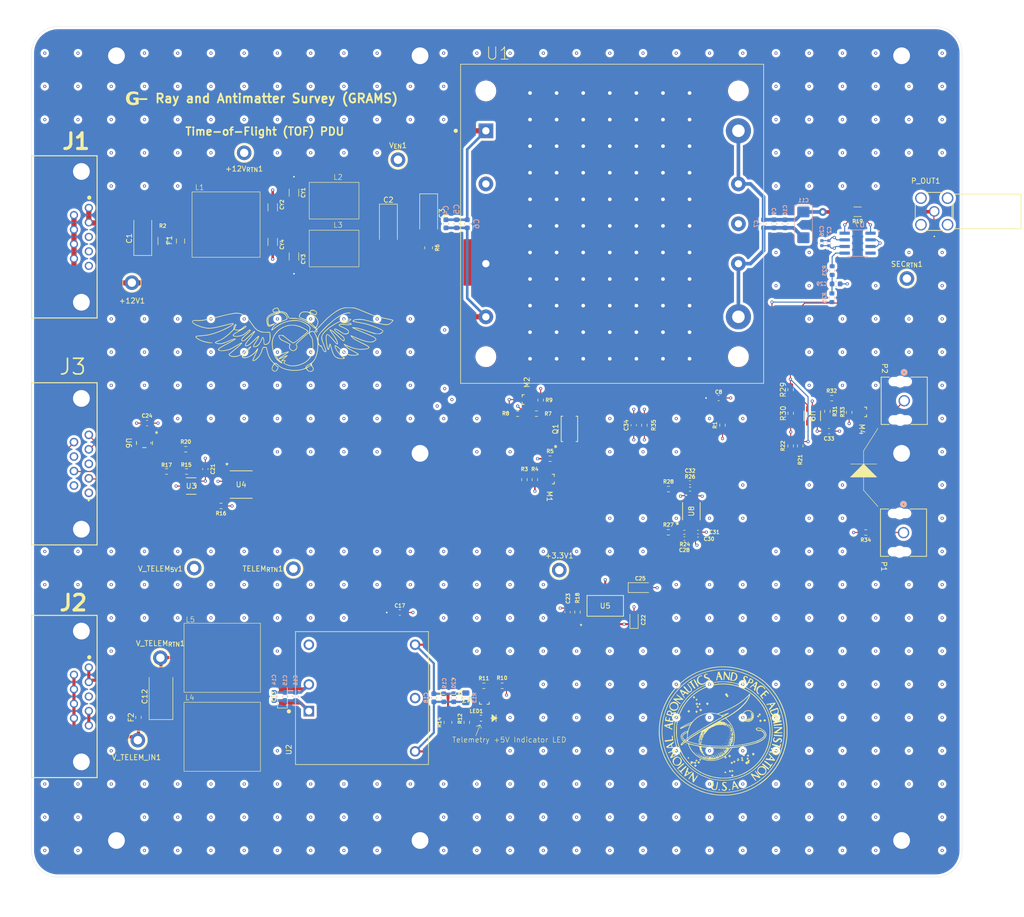
<source format=kicad_pcb>
(kicad_pcb (version 20241229) (generator "pcbnew") (generator_version "9.0")
  (layers (0 "F.Cu" signal) (4 "In1.Cu" signal) (6 "In2.Cu" signal) (8 "In3.Cu" signal) (10 "In4.Cu" signal) (12 "In5.Cu" signal) (14 "In6.Cu" signal) (2 "B.Cu" signal) (13 "F.Paste" user) (15 "B.Paste" user) (5 "F.SilkS" user "F.Silkscreen") (7 "B.SilkS" user "B.Silkscreen") (1 "F.Mask" user) (3 "B.Mask" user) (25 "Edge.Cuts" user))
  (net 0 "")
  (net 2 "Net-(C1-Pad1)")
  (net 3 "/V_SEC_RTN")
  (net 4 "/Main_PDU_Block/V_RTN")
  (net 5 "/Main_PDU_Block/V_POS")
  (net 6 "Net-(C3-Pad2)")
  (net 7 "/Main_PDU_Block/V_TOF_OUT")
  (net 8 "/V_TOF_RTN")
  (net 9 "GNDPWR")
  (net 10 "Net-(C12-Pad1)")
  (net 11 "/V_SEC_Telem_RTN")
  (net 12 "/V_TOF_Telemetry_PDU/V_POS")
  (net 13 "/V_TOF_Telemetry_PDU/V_RTN")
  (net 14 "/V_P5V_RTN")
  (net 15 "/V_P5V")
  (net 16 "/Telemetry_Circuitry/V3p3")
  (net 17 "Net-(U5-SET)")
  (net 18 "Net-(U8A-IN1-)")
  (net 19 "Net-(U8A-OUT1)")
  (net 20 "Net-(C29-Pad2)")
  (net 21 "Net-(U8B-IN2-)")
  (net 22 "Net-(U8B-OUT2)")
  (net 23 "Net-(CY1-Pad1)")
  (net 24 "/Main_PDU_Block/SEC_RTN")
  (net 25 "Net-(CY3-Pad1)")
  (net 26 "Net-(D1-K)")
  (net 27 "/V_SEC_IN_Telem")
  (net 28 "/V_SEC_IN")
  (net 31 "/i_OUT_TELEM")
  (net 32 "/V_OUT_TELEM")
  (net 33 "/TEMP_TELEM")
  (net 34 "/Enable+")
  (net 35 "/Enable-")
  (net 37 "Net-(LED1-Pad2)")
  (net 38 "Net-(LED1-Pad1)")
  (net 39 "Net-(M1-Pad3)")
  (net 40 "Net-(M1-Pad1)")
  (net 41 "/Main_PDU_Block/Enable")
  (net 42 "Net-(M2-Pad1)")
  (net 43 "Net-(M3-Pad1)")
  (net 44 "Net-(M4-Pad1)")
  (net 45 "Net-(M4-Pad3)")
  (net 46 "Net-(P1-Pad1)")
  (net 47 "/Telemetry_Circuitry/V_TOF_OUT")
  (net 48 "Net-(Q1-Pad1)")
  (net 49 "/Enable")
  (net 50 "Net-(U3-OUT)")
  (net 51 "Net-(U3--IN)")
  (net 52 "Net-(U3-+IN)")
  (net 53 "Net-(U6-R)")
  (net 54 "Net-(U8A-IN1+)")
  (net 55 "Net-(U7-OUT)")
  (net 56 "Net-(U8B-IN2+)")
  (net 57 "Net-(U9-+IN)")
  (net 58 "Net-(U9--IN)")
  (net 59 "Net-(U9-OUT)")
  (net 68 "Net-(F1-Pad2)")
  (footprint "Capacitor_SMD:C_0603_1608Metric" (layer "F.Cu") (at 264.138 135.7535 180)
    (property "Reference" "C33")
    (property "Value" "0.1uF")
  )
  (footprint "Resistor_SMD:R_0603_1608Metric" (layer "F.Cu") (at 208.238 132.4185)
    (property "Reference" "R7")
    (property "Value" "15k")
  )
  (footprint "MountingHole:MountingHole_3.2mm_M3_Pad" (layer "F.Cu") (at 128 64)
    (property "Reference" "H1" (hide yes))
    (property "Value" "MountingHole_Pad")
  )
  (footprint "Capacitor_SMD:C_0603_1608Metric" (layer "F.Cu") (at 226.822 134.62 90)
    (property "Reference" "C34")
    (property "Value" "0.1uF")
  )
  (footprint "TestPoint:TestPoint_Keystone_5005-5009_Compact" (layer "F.Cu") (at 212.598 162.306)
    (property "Reference" "+3.3V1")
    (property "Value" "TestPoint")
  )
  (footprint "MountingHole:MountingHole_3.2mm_M3_Pad" (layer "F.Cu") (at 186 64)
    (property "Reference" "H3" (hide yes))
    (property "Value" "MountingHole_Pad")
  )
  (footprint "MountingHole:MountingHole_3.2mm_M3_Pad" (layer "F.Cu") (at 186 214)
    (property "Reference" "H2" (hide yes))
    (property "Value" "MountingHole_Pad")
  )
  (footprint "Resistor_SMD:R_0805_2012Metric" (layer "F.Cu") (at 187.638 100.706 -90)
    (property "Reference" "R6")
    (property "Value" "0.1")
  )
  (footprint "Resistor_SMD:R_0603_1608Metric" (layer "F.Cu") (at 264.648001 129.4535 180)
    (property "Reference" "R32")
    (property "Value" "49.9")
  )
  (footprint "Capacitor_SMD:C_1206_3216Metric" (layer "F.Cu") (at 157.848 92.9685 90)
    (property "Reference" "CY2")
    (property "Value" "4700pF")
  )
  (footprint "Resistor_SMD:R_0603_1608Metric" (layer "F.Cu") (at 228.854 134.62 90)
    (property "Reference" "R35")
    (property "Value" "1k")
  )
  (footprint "Capacitor_SMD:C_0402_1005Metric" (layer "F.Cu") (at 237.5731 145.5985)
    (property "Reference" "C32")
    (property "Value" "1uF")
  )
  (footprint "Toshiba_Semi:SSM_TOS" (layer "F.Cu") (at 270.788 132.0885 -90)
    (property "Reference" "M4")
    (property "Value" "SSM3K15AFS_LF")
  )
  (footprint "TestPoint:TestPoint_Keystone_5005-5009_Compact" (layer "F.Cu") (at 152.4 82.55)
    (property "Reference" "+12V_{RTN}1")
    (property "Value" "TestPoint")
  )
  (footprint "Capacitor_SMD:C_0603_1608Metric" (layer "F.Cu") (at 182.138 170.4185 180)
    (property "Reference" "C17")
    (property "Value" "0.1uF")
  )
  (footprint "MountingHole:MountingHole_3.2mm_M3_Pad" (layer "F.Cu") (at 186 140)
    (property "Reference" "H6" (hide yes))
    (property "Value" "MountingHole_Pad")
  )
  (footprint "Analog_Devices:R_8_ADI" (layer "F.Cu") (at 151.818 145.9685)
    (property "Reference" "U4")
    (property "Value" "AD590JRZ-RL")
  )
  (footprint "Capacitor_Tantalum_SMD:CP_EIA-3216-12_Kemet-S" (layer "F.Cu") (at 228.079 165.6585)
    (property "Reference" "C25")
    (property "Value" "2.2uF")
  )
  (footprint "Capacitor_Tantalum_SMD:CP_EIA-2012-12_Kemet-R" (layer "F.Cu") (at 226.878 171.7485 90)
    (property "Reference" "C22")
    (property "Value" "1uF")
  )
  (footprint "Texas_Instruments:DBV5" (layer "F.Cu") (at 133.338 138.0185 -90)
    (property "Reference" "U6")
    (property "Value" "SN65LVDS2DBVR")
  )
  (footprint "MountingHole:MountingHole_3.2mm_M3_Pad" (layer "F.Cu") (at 278 214)
    (property "Reference" "H4" (hide yes))
    (property "Value" "MountingHole_Pad")
  )
  (footprint "Capacitor_Tantalum_SMD:CP_EIA-3216-12_Kemet-S" (layer "F.Cu") (at 159.708 186.3735 90)
    (property "Reference" "C13")
    (property "Value" "10uF")
  )
  (footprint "Capacitor_SMD:C_0402_1005Metric" (layer "F.Cu") (at 236.4931 156.2885)
    (property "Reference" "C28")
    (property "Value" "1uF")
  )
  (footprint "Resistor_SMD:R_0805_2012Metric" (layer "F.Cu") (at 191.338 191.4185 90)
    (property "Reference" "R14")
    (property "Value" "10")
  )
  (footprint "Resistor_SMD:R_0402_1005Metric" (layer "F.Cu") (at 237.5931 146.8385)
    (property "Reference" "R26")
    (property "Value" "10k")
  )
  (footprint "Analog_Devices:S_5_ADI" (layer "F.Cu") (at 142.278 146.248499)
    (property "Reference" "U3")
    (property "Value" "LTC2050HVCS5-TRMPBF")
  )
  (footprint "CoilCraft:MLC1538-" (layer "F.Cu") (at 155.508 195.8245 90)
    (property "Reference" "L4")
    (property "Value" "1.5uH")
  )
  (footprint "Resistor_SMD:R_0603_1608Metric" (layer "F.Cu") (at 141.238 139.2185)
    (property "Reference" "R20")
    (property "Value" "49.9")
  )
  (footprint "Nexperia:SOT95P230X110-3N" (layer "F.Cu") (at 191.338 185.4185 -90)
    (property "Reference" "D1")
    (property "Value" "PLVA653A_215")
  )
  (footprint "Capacitor_SMD:C_0402_1005Metric" (layer "F.Cu") (at 239.1031 155.0585 180)
    (property "Reference" "C31")
    (property "Value" "0.1uF")
  )
  (footprint "TestPoint:TestPoint_Keystone_5005-5009_Compact" (layer "F.Cu") (at 136.398 179.07)
    (property "Reference" "V_TELEM_{RTN}1")
    (property "Value" "TestPoint")
  )
  (footprint "TE_Connectivity:conn1_1-1123824-1_TEC" (layer "F.Cu") (at 278.37 155.16 -90)
    (property "Reference" "P1")
    (property "Value" "1-1123824-1")
  )
  (footprint "TestPoint:TestPoint_Keystone_5005-5009_Compact" (layer "F.Cu") (at 181.78 83.87)
    (property "Reference" "V_{EN}1")
    (property "Value" "TestPoint")
  )
  (footprint "TestPoint:TestPoint_Keystone_5005-5009_Compact" (layer "F.Cu") (at 132.08 194.818)
    (property "Reference" "V_TELEM_IN1")
    (property "Value" "TestPoint")
  )
  (footprint "Resistor_SMD:R_0603_1608Metric" (layer "F.Cu") (at 198.185 184.43)
    (property "Reference" "R11")
    (property "Value" "49.9k")
  )
  (footprint "Resistor_SMD:R_0603_1608Metric" (layer "F.Cu") (at 137.578 143.468499 180)
    (property "Reference" "R17")
    (property "Value" "49.9")
  )
  (footprint "Resistor_SMD:R_1206_3216Metric" (layer "F.Cu") (at 136.838 99.4185 -90)
    (property "Reference" "R2")
    (property "Value" "10")
  )
  (footprint "Resistor_SMD:R_0603_1608Metric" (layer "F.Cu") (at 256.808 132.3335 90)
    (property "Reference" "R30")
    (property "Value" "25k")
  )
  (footprint "Wurth_Elektronik:618009231221" (layer "F.Cu") (at 115 186.4735 -90)
    (property "Reference" "J2")
    (property "Value" "618009231221")
  )
  (footprint "Resistor_SMD:R_1206_3216Metric" (layer "F.Cu") (at 269.593 93.8185 180)
    (property "Reference" "R19")
    (property "Value" "0.005")
  )
  (footprint "Capacitor_Tantalum_SMD:CP_EIA-6032-15_Kemet-U" (layer "F.Cu") (at 187.6455 94.151 -90)
    (property "Reference" "C3")
    (property "Value" "250uF")
  )
  (footprint "Resistor_SMD:R_0603_1608Metric" (layer "F.Cu") (at 201.685 184.43 180)
    (property "Reference" "R10")
    (property "Value" "49.9k")
  )
  (footprint "MountingHole:MountingHole_3.2mm_M3_Pad" (layer "F.Cu") (at 128 214)
    (property "Reference" "H7" (hide yes))
    (property "Value" "MountingHole_Pad")
  )
  (footprint "Resistor_SMD:R_0402_1005Metric" (layer "F.Cu") (at 236.4931 155.0885)
    (property "Reference" "R24")
    (property "Value" "10k")
  )
  (footprint "Resistor_SMD:R_0603_1608Metric" (layer "F.Cu") (at 132.208 190.4735 90)
    (property "Reference" "F2")
    (property "Value" "Fuse")
  )
  (footprint "Capacitor_SMD:C_1206_3216Metric" (layer "F.Cu") (at 161.912 102.3665 -90)
    (property "Reference" "CY3")
    (property "Value" "4700pF")
  )
  (footprint "Resistor_SMD:R_0603_1608Metric" (layer "F.Cu") (at 207.938 145.018499 -90)
    (property "Reference" "R4")
    (property "Value" "1k")
  )
  (footprint "Resistor_SMD:R_0603_1608Metric" (layer "F.Cu") (at 258.62 138.57 90)
    (property "Reference" "R21")
    (property "Value" "100k")
  )
  (footprint "Wurth_Elektronik:618009231121" (layer "F.Cu") (at 115 142 -90)
    (property "Reference" "J3")
    (property "Value" "618009231121")
  )
  (footprint "Resistor_SMD:R_0603_1608Metric" (layer "F.Cu") (at 147.978 150.0485 180)
    (property "Reference" "R16")
    (property "Value" "9k")
  )
  (footprint "CoilCraft:MSD1260T-105" (layer "F.Cu") (at 143.938 93.5205 -90)
    (property "Reference" "L1")
    (property "Value" "MSD1514-472MED")
  )
  (footprint "Resistor_SMD:R_0603_1608Metric" (layer "F.Cu") (at 210.838 141.0185)
    (property "Reference" "R5")
    (property "Value" "180")
  )
  (footprint "CoilCraft:MLC7542-311MEC" (layer "F.Cu") (at 168.326 100.8425 -90)
    (property "Reference" "L3")
    (property "Value" "1.4uH")
  )
  (footprint "TestPoint:TestPoint_Keystone_5005-5009_Compact" (layer "F.Cu") (at 279.01 106.58)
    (property "Reference" "SEC_{RTN}1")
    (property "Value" "TestPoint")
  )
  (footprint "Capacitor_Tantalum_SMD:CP_EIA-6032-15_Kemet-U" (layer "F.Cu") (at 179.946 96.12 -90)
    (property "Reference" "C2")
    (property "Value" "50uF")
  )
  (footprint "Resistor_SMD:R_0603_1608Metric" (layer "F.Cu") (at 194.938 191.4185 -90)
    (property "Reference" "R12")
    (property "Value" "100")
  )
  (footprint "Capacitor_SMD:C_0603_1608Metric" (layer "F.Cu") (at 133.838 134.2185 180)
    (property "Reference" "C24")
    (property "Value" "0.1uF")
  )
  (footprint "Capacitor_SMD:C_1206_3216Metric" (layer "F.Cu") (at 161.912 90.1745 90)
    (property "Reference" "CY1")
    (property "Value" "4700pF")
  )
  (footprint "Analog_Devices:SOT-3_ST_LIT" (layer "F.Cu") (at 221.378 169.1485)
    (property "Reference" "U5")
    (property "Value" "LT3080EST-PBF")
  )
  (footprint "Capacitor_SMD:C_0603_1608Metric" (layer "F.Cu") (at 243.038 129.4185 180)
    (property "Reference" "C8")
    (property "Value" "0.1uF")
  )
  (footprint "TestPoint:TestPoint_Keystone_5005-5009_Compact" (layer "F.Cu") (at 142.85 161.93)
    (property "Reference" "V_TELEM_{5V}1")
    (property "Value" "TestPoint")
  )
  (footprint "Resistor_SMD:R_0603_1608Metric" (layer "F.Cu") (at 216.078 170.3485 90)
    (property "Reference" "R18")
    (property "Value" "330k")
  )
  (footprint "Resistor_SMD:R_0603_1608Metric" (layer "F.Cu") (at 271.15 155.119799 180)
    (property "Reference" "R34")
    (property "Value" "150")
  )
  (footprint "Resistor_SMD:R_0603_1608Metric" (layer "F.Cu") (at 267.978 132.1585 -90)
    (property "Reference" "R33")
    (property "Value" "100k")
  )
  (footprint "Texas_Instruments:TLV9002SIDGSR" (layer "F.Cu") (at 237.838 151.0585 90)
    (property "Reference" "U8")
    (property "Value" "TLV9002SIDGSR")
  )
  (footprint "Capacitor_SMD:C_0603_1608Metric" (layer "F.Cu") (at 214.178 170.3485 90)
    (property "Reference" "C23")
    (property "Value" "0.1uF")
  )
  (footprint "CoilCraft:MLC7542-311MEC" (layer "F.Cu") (at 168.326 91.6985 -90)
    (property "Reference" "L2")
    (property "Value" "1.4uH")
  )
  (footprint "Wurth_Elektronik:618009231221" (layer "F.Cu") (at 115 98.6185 -90)
    (property "Reference" "J1")
    (property "Value" "618009231221")
  )
  (footprint "Resistor_SMD:R_0603_1608Metric" (layer "F.Cu") (at 256.8 138.58 -90)
    (property "Reference" "R22")
    (property "Value" "20k")
  )
  (footprint "Resistor_SMD:R_0603_1608Metric" (layer "F.Cu") (at 209.038 129.8185 90)
    (property "Reference" "R9")
    (property "Value" "5k")
  )
  (footprint "Resistor_SMD:R_0603_1608Metric" (layer "F.Cu") (at 233.4331 155.0885)
    (property "Reference" "R27")
    (property "Value" "49.9")
  )
  (footprint "Capacitor_Tantalum_SMD:CP_EIA-7343-20_Kemet-V" (layer "F.Cu") (at 136.508 186.4735 90)
    (property "Reference" "C12")
    (property "Value" "100uF")
  )
  (footprint "Resistor_SMD:R_0603_1608Metric" (layer "F.Cu") (at 233.4531 146.8385)
    (property "Reference" "R28")
    (property "Value" "49.9")
  )
  (footprint "CoilCraft:MLC1538-" (layer "F.Cu") (at 155.508 180.7245 90)
    (property "Reference" "L5")
    (property "Value" "1.5uH")
  )
  (footprint "Adam_Tech:CONN_RF2-49B-T-00-50-G-HDW_ADM" (layer "F.Cu") (at 284.238 93.7485 -90)
    (property "Reference" "P_OUT1")
    (property "Value" "RF2-49B-T-00-50-G-HDW")
  )
  (footprint "TestPoint:TestPoint_Keystone_5005-5009_Compact" (layer "F.Cu") (at 130.94 107.37)
    (property "Reference" "+12V1")
    (property "Value" "TestPoint")
  )
  (footprint "TE_Connectivity:conn1_1-1123824-1_TEC" (layer "F.Cu") (at 278.5 129.950201 -90)
    (property "Reference" "P2")
    (property "Value" "1-1123824-1")
  )
  (footprint "ISOCOM:ISP281D_ISO" (layer "F.Cu") (at 214.538 135.3185 90)
    (property "Reference" "Q1")
    (property "Value" "ISP281D")
  )
  (footprint "Capacitor_SMD:C_0603_1608Metric" (layer "F.Cu") (at 144.978 143.0085 -90)
    (property "Reference" "C21")
    (property "Value" "0.1uF")
  )
  (footprint "Toshiba_Semi:SSM_TOS" (layer "F.Cu") (at 211.113 144.918499 -90)
    (property "Reference" "M1")
    (property "Value" "SSM3K15AFS_LF")
  )
  (footprint "MountingHole:MountingHole_3.2mm_M3_Pad" (layer "F.Cu") (at 278 140)
    (property "Reference" "H8" (hide yes))
    (property "Value" "MountingHole_Pad")
  )
  (footprint "Resistor_SMD:R_0603_1608Metric" (layer "F.Cu") (at 204.638 132.4185 180)
    (property "Reference" "R8")
    (property "Value" "20k")
  )
  (footprint "NASA_Meatball:NASA-Meatball-3" (layer "F.Cu") (at 243.84 193.04)
    (property "Reference" "G***" (hide yes))
    (property "Value" "LOGO" (hide yes))
  )
  (footprint "Toshiba_Semi:SSM_TOS" (layer "F.Cu") (at 206.038 129.7185 90)
    (property "Reference" "M2")
    (property "Value" "SSM3K15AFS_LF")
  )
  (footprint "MountingHole:MountingHole_3.2mm_M3_Pad" (layer "F.Cu") (at 278 64)
    (property "Reference" "H5" (hide yes))
    (property "Value" "MountingHole_Pad")
  )
  (footprint "Advanced_Energy:CONV_VHB75W-Q24-S12" (layer "F.Cu") (at 222.6975 96.12)
    (property "Reference" "U1")
    (property "Value" "VHB75W-Q24-S12")
  )
  (footprint "Bel_Fuse_Inc:FUSC3215X83N" (layer "F.Cu") (at 140.238 99.4185 90)
    (property "Reference" "F1")
    (property "Value" "0685T6000-01")
  )
  (footprint "Toshiba_Semi:SSM_TOS" (layer "F.Cu") (at 198.285 187.43 180)
    (property "Reference" "M3")
    (property "Value" "SSM3K15AFS_LF")
  )
  (footprint "Wurth_Elektronik:LED_0AS75000_WRE" (layer "F.Cu") (at 197.638 190.6185 180)
    (property "Reference" "LED1")
    (property "Value" "150060AS75000")
  )
  (footprint "Capacitor_SMD:C_1206_3216Metric" (layer "F.Cu") (at 157.848 99.5725 -90)
    (property "Reference" "CY4")
    (property "Value" "4700pF")
  )
  (footprint "Resistor_SMD:R_0603_1608Metric" (layer "F.Cu") (at 243.78 134.62 90)
    (property "Reference" "R1")
    (property "Value" "50k")
  )
  (footprint "Capacitor_SMD:C_0402_1005Metric" (layer "F.Cu") (at 239.1031 156.3585 180)
    (property "Reference" "C30")
    (property "Value" "1uF")
  )
  (footprint "Resistor_SMD:R_0603_1608Metric" (layer "F.Cu") (at 141.398 143.468499 180)
    (property "Reference" "R15")
    (property "Value" "10k")
  )
  (footprint "TOF_Images:TOF_1" (layer "F.Cu") (at 161.979635 117.633977)
    (property "Reference" "G***" (hide yes))
    (property "Value" "LOGO" (hide yes))
  )
  (footprint "Resistor_SMD:R_0603_1608Metric" (layer "F.Cu") (at 256.788 127.8335 90)
    (property "Reference" "R29")
    (property "Value" "100k")
  )
  (footprint "Analog_Devices:S_5_ADI" (layer "F.Cu") (at 260.938 132.8235 -90)
    (property "Reference" "U9")
    (property "Value" "LTC2050HVCS5-TRMPBF")
  )
  (footprint "Capacitor_Tantalum_SMD:CP_EIA-6032-15_Kemet-U" (layer "F.Cu") (at 133.028 98.4185 90)
    (property "Reference" "C1")
    (property "Value" "100uF")
  )
  (footprint "Resistor_SMD:R_0603_1608Metric" (layer "F.Cu") (at 263.828 131.9635 -90)
    (property "Reference" "R31")
    (property "Value" "10k")
  )
  (footprint "Resistor_SMD:R_0603_1608Metric" (layer "F.Cu") (at 205.938 145.018499 90)
    (property "Reference" "R3")
    (property "Value" "1.74k")
  )
  (footprint "TestPoint:TestPoint_Keystone_5005-5009_Compact" (layer "F.Cu") (at 161.798 162.052)
    (property "Reference" "TELEM_{RTN}1")
    (property "Value" "TestPoint")
  )
  (footprint "CUI:CONV_PDQ10-Q24-S3-D" (layer "F.Cu") (at 174.9055 186.7735 90)
    (property "Reference" "U2")
    (property "Value" "PDQ10-Q24-S5-D")
  )
  (footprint "Capacitor_SMD:C_0603_1608Metric" (layer "B.Cu") (at 160.208 186.4735 90)
    (property "Reference" "C15")
    (property "Value" "0.1uF")
  )
  (footprint "Capacitor_SMD:C_0603_1608Metric" (layer "B.Cu") (at 190.9475 96.12 -90)
    (property "Reference" "C4")
    (property "Value" "1uF")
  )
  (footprint "Resistor_SMD:R_0603_1608Metric" (layer "B.Cu") (at 264.678 110.2585 -90)
    (property "Reference" "R25")
    (property "Value" "49.9")
  )
  (footprint "Resistor_SMD:R_0603_1608Metric" (layer "B.Cu") (at 264.728 105.0585 -90)
    (property "Reference" "R23")
    (property "Value" "49.9")
  )
  (footprint "Capacitor_SMD:C_0603_1608Metric" (layer "B.Cu") (at 265.478 107.6085 180)
    (property "Reference" "C29")
    (property "Value" "1uF")
  )
  (footprint "Capacitor_SMD:C_0402_1005Metric" (layer "B.Cu") (at 262.758 99.8185 90)
    (property "Reference" "C26")
    (property "Value" "1uF")
  )
  (footprint "Capacitor_SMD:C_0603_1608Metric" (layer "B.Cu") (at 190.538 186.7185 90)
    (property "Reference" "C19")
    (property "Value" "0.1uF")
  )
  (footprint "Capacitor_SMD:C_0603_1608Metric" (layer "B.Cu") (at 255.738 96.1185 -90)
    (property "Reference" "C10")
    (property "Value" "1uF")
  )
  (footprint "Capacitor_SMD:C_0603_1608Metric" (layer "B.Cu") (at 195.0115 96.12 -90)
    (property "Reference" "C6")
    (property "Value" "0.01uF")
  )
  (footprint "Resistor_SMD:R_0805_2012Metric" (layer "B.Cu") (at 194.738 186.7185 90)
    (property "Reference" "R13")
    (property "Value" "(DNI)")
  )
  (footprint "Capacitor_SMD:C_0402_1005Metric" (layer "B.Cu") (at 264.098 99.8185 90)
    (property "Reference" "C27")
    (property "Value" "0.1uF")
  )
  (footprint "Capacitor_Tantalum_SMD:CP_EIA-6032-15_Kemet-U" (layer "B.Cu") (at 259.238 96.3185 -90)
    (property "Reference" "C11")
    (property "Value" "50uF")
  )
  (footprint "Texas_Instruments:INA28x_8SOIC" (layer "B.Cu") (at 269.593 99.8185 180)
    (property "Reference" "U7")
    (property "Value" "INA286")
  )
  (footprint "Capacitor_SMD:C_0603_1608Metric" (layer "B.Cu") (at 188.638 186.7185 90)
    (property "Reference" "C18")
    (property "Value" "0.01uF")
  )
  (footprint "Capacitor_SMD:C_0603_1608Metric" (layer "B.Cu") (at 162.208 186.4735 90)
    (property "Reference" "C16")
    (property "Value" "0.01uF")
  )
  (footprint "Capacitor_SMD:C_0603_1608Metric" (layer "B.Cu") (at 253.638 96.1185 -90)
    (property "Reference" "C9")
    (property "Value" "0.1uF")
  )
  (footprint "Capacitor_SMD:C_0603_1608Metric" (layer "B.Cu") (at 192.9795 96.12 -90)
    (property "Reference" "C5")
    (property "Value" "0.1uF")
  )
  (footprint "Capacitor_SMD:C_0603_1608Metric" (layer "B.Cu") (at 192.438 186.7185 90)
    (property "Reference" "C20")
    (property "Value" "1uF")
  )
  (footprint "Capacitor_SMD:C_0603_1608Metric" (layer "B.Cu") (at 251.638 96.1185 -90)
    (property "Reference" "C7")
    (property "Value" "0.01uF")
  )
  (footprint "Capacitor_SMD:C_0603_1608Metric" (layer "B.Cu") (at 158.108 186.4735 90)
    (property "Reference" "C14")
    (property "Value" "1uF")
  )
  (gr_line (start 197.45 191.91) (end 196.77 192.21) (stroke (width 0.1)) (layer "F.SilkS"))
  (gr_poly (pts (xy 270.73 142.04) (xy 268.23 144.54) (xy 273.23 144.54)) (stroke (width 0.1)) (fill yes) (layer "F.SilkS"))
  (gr_line (start 196.77 192.21) (end 197.45 191.91) (stroke (width 0.1)) (layer "F.SilkS"))
  (gr_line (start 268.23 142.04) (end 273.23 142.04) (stroke (width 0.1)) (layer "F.SilkS"))
  (gr_line (start 270.73 142.04) (end 270.73 139.54) (stroke (width 0.1)) (layer "F.SilkS"))
  (gr_line (start 197.45 191.91) (end 197.75 192.56) (stroke (width 0.1)) (layer "F.SilkS"))
  (gr_line (start 270.73 147.04) (end 273.48 150.17) (stroke (width 0.1)) (layer "F.SilkS"))
  (gr_line (start 270.73 139.54) (end 273.48 135.21) (stroke (width 0.1)) (layer "F.SilkS"))
  (gr_line (start 270.73 144.54) (end 270.73 147.04) (stroke (width 0.1)) (layer "F.SilkS"))
  (gr_line (start 196.66 193.95) (end 197.45 191.91) (stroke (width 0.1)) (layer "F.SilkS"))
  (gr_line (start 289.56 93.98) (end 289.56 63.5) (stroke (width 0.05)) (layer "Edge.Cuts"))
  (gr_line (start 284.48 58.42) (end 116.84 58.42) (stroke (width 0.05)) (layer "Edge.Cuts"))
  (gr_line (start 289.56 215.9) (end 289.56 93.98) (stroke (width 0.05)) (layer "Edge.Cuts"))
  (gr_arc (start 289.56 215.9) (mid 288.072102 219.492102) (end 284.48 220.98) (stroke (width 0.05)) (layer "Edge.Cuts"))
  (gr_line (start 116.84 220.98) (end 284.48 220.98) (stroke (width 0.05)) (layer "Edge.Cuts"))
  (gr_arc (start 111.76 63.5) (mid 113.247898 59.907898) (end 116.84 58.42) (stroke (width 0.05)) (layer "Edge.Cuts"))
  (gr_arc (start 116.84 220.98) (mid 113.247898 219.492102) (end 111.76 215.9) (stroke (width 0.05)) (layer "Edge.Cuts"))
  (gr_line (start 111.76 63.5) (end 111.76 215.9) (stroke (width 0.05)) (layer "Edge.Cuts"))
  (gr_arc (start 284.48 58.42) (mid 288.072102 59.907898) (end 289.56 63.5) (stroke (width 0.05)) (layer "Edge.Cuts"))
  (gr_text "G" (at 129.64 73.83 0) (layer "F.SilkS") (effects (font (size 2.5 2.5) (thickness 0.5) (bold yes)) (justify left bottom)))
  (gr_text "Telemetry +5V Indicator LED" (at 192.08 195.34 0) (layer "F.SilkS") (effects (font (size 1 1) (thickness 0.1)) (justify left bottom)))
  (gr_text "Time-of-Flight (TOF) PDU" (at 140.98 79.34 0) (layer "F.SilkS") (effects (font (size 1.5 1.5) (thickness 0.3) (bold yes)) (justify left bottom)))
  (gr_text "- Ray and Antimatter Survey (GRAMS)" (at 131.826 73.152 0) (layer "F.SilkS") (effects (font (size 1.7 1.7) (thickness 0.34) (bold yes)) (justify left bottom)))
  (segment (start 136.838 100.881) (end 133.028 100.881) (width 0.8) (layer "F.Cu") (net 2))
  (segment (start 133.028 95.956) (end 122.8275 95.956) (width 1) (layer "F.Cu") (net 3))
  (segment (start 134.4635 94.5205) (end 145.208 94.5205) (width 1) (layer "F.Cu") (net 3))
  (segment (start 122.72 95.8485) (end 122.72 93.0785) (width 1) (layer "F.Cu") (net 3))
  (segment (start 133.028 95.956) (end 134.4635 94.5205) (width 1) (layer "F.Cu") (net 3))
  (segment (start 122.8275 95.956) (end 122.72 95.8485) (width 1) (layer "F.Cu") (net 3))
  (via (at 171.45 165.1) (size 0.6) (drill 0.3) (layers "F.Cu" "B.Cu") (net 3))
  (via (at 165.1 127) (size 0.6) (drill 0.3) (layers "F.Cu" "B.Cu") (net 3))
  (via (at 177.8 215.9) (size 0.6) (drill 0.3) (layers "F.Cu" "B.Cu") (net 3))
  (via (at 165.1 133.35) (size 0.6) (drill 0.3) (layers "F.Cu" "B.Cu") (net 3))
  (via (at 247.65 215.9) (size 0.6) (drill 0.3) (layers "F.Cu" "B.Cu") (net 3))
  (via (at 215.9 209.55) (size 0.6) (drill 0.3) (layers "F.Cu" "B.Cu") (net 3))
  (via (at 266.7 158.75) (size 0.6) (drill 0.3) (layers "F.Cu" "B.Cu") (net 3))
  (via (at 146.05 127) (size 0.6) (drill 0.3) (layers "F.Cu" "B.Cu") (net 3))
  (via (at 177.8 139.7) (size 0.6) (drill 0.3) (layers "F.Cu" "B.Cu") (net 3))
  (via (at 279.4 114.3) (size 0.6) (drill 0.3) (layers "F.Cu" "B.Cu") (net 3))
  (via (at 177.8 76.2) (size 0.6) (drill 0.3) (layers "F.Cu" "B.Cu") (net 3))
  (via (at 146.05 171.45) (size 0.6) (drill 0.3) (layers "F.Cu" "B.Cu") (net 3))
  (via (at 114.3 158.75) (size 0.6) (drill 0.3) (layers "F.Cu" "B.Cu") (net 3))
  (via (at 254 203.2) (size 0.6) (drill 0.3) (layers "F.Cu" "B.Cu") (net 3))
  (via (at 222.25 177.8) (size 0.6) (drill 0.3) (layers "F.Cu" "B.Cu") (net 3))
  (via (at 139.7 127) (size 0.6) (drill 0.3) (layers "F.Cu" "B.Cu") (net 3))
  (via (at 139.7 120.65) (size 0.6) (drill 0.3) (layers "F.Cu" "B.Cu") (net 3))
  (via (at 133.35 63.5) (size 0.6) (drill 0.3) (layers "F.Cu" "B.Cu") (net 3))
  (via (at 247.65 133.35) (size 0.6) (drill 0.3) (layers "F.Cu" "B.Cu") (net 3))
  (via (at 120.65 158.75) (size 0.6) (drill 0.3) (layers "F.Cu" "B.Cu") (net 3))
  (via (at 165.1 139.7) (size 0.6) (drill 0.3) (layers "F.Cu" "B.Cu") (net 3))
  (via (at 120.65 203.2) (size 0.6) (drill 0.3) (layers "F.Cu" "B.Cu") (net 3))
  (via (at 196.85 139.7) (size 0.6) (drill 0.3) (layers "F.Cu" "B.Cu") (net 3))
  (via (at 203.2 63.5) (size 0.6) (drill 0.3) (layers "F.Cu" "B.Cu") (net 3))
  (via (at 127 88.9) (size 0.6) (drill 0.3) (layers "F.Cu" "B.Cu") (net 3))
  (via (at 133.35 209.55) (size 0.6) (drill 0.3) (layers "F.Cu" "B.Cu") (net 3))
  (via (at 234.95 215.9) (size 0.6) (drill 0.3) (layers "F.Cu" "B.Cu") (net 3))
  (via (at 222.25 203.2) (size 0.6) (drill 0.3) (layers "F.Cu" "B.Cu") (net 3))
  (via (at 222.25 215.9) (size 0.6) (drill 0.3) (layers "F.Cu" "B.Cu") (net 3))
  (via (at 260.35 82.55) (size 0.6) (drill 0.3) (layers "F.Cu" "B.Cu") (net 3))
  (via (at 209.55 63.5) (size 0.6) (drill 0.3) (layers "F.Cu" "B.Cu") (net 3))
  (via (at 190.5 133.35) (size 0.6) (drill 0.3) (layers "F.Cu" "B.Cu") (net 3))
  (via (at 184.15 127) (size 0.6) (drill 0.3) (layers "F.Cu" "B.Cu") (net 3))
  (via (at 152.4 63.5) (size 0.6) (drill 0.3) (layers "F.Cu" "B.Cu") (net 3))
  (via (at 254 88.9) (size 0.6) (drill 0.3) (layers "F.Cu" "B.Cu") (net 3))
  (via (at 266.7 196.85) (size 0.6) (drill 0.3) (layers "F.Cu" "B.Cu") (net 3))
  (via (at 273.05 120.65) (size 0.6) (drill 0.3) (layers "F.Cu" "B.Cu") (net 3))
  (via (at 196.85 133.35) (size 0.6) (drill 0.3) (layers "F.Cu" "B.Cu") (net 3))
  (via (at 203.2 165.1) (size 0.6) (drill 0.3) (layers "F.Cu" "B.Cu") (net 3))
  (via (at 171.45 158.75) (size 0.6) (drill 0.3) (layers "F.Cu" "B.Cu") (net 3))
  (via (at 222.25 190.5) (size 0.6) (drill 0.3) (layers "F.Cu" "B.Cu") (net 3))
  (via (at 241.3 215.9) (size 0.6) (drill 0.3) (layers "F.Cu" "B.Cu") (net 3))
  (via (at 133.35 120.65) (size 0.6) (drill 0.3) (layers "F.Cu" "B.Cu") (net 3))
  (via (at 285.75 184.15) (size 0.6) (drill 0.3) (layers "F.Cu" "B.Cu") (net 3))
  (via (at 171.45 133.35) (size 0.6) (drill 0.3) (layers "F.Cu" "B.Cu") (net 3))
  (via (at 146.05 133.35) (size 0.6) (drill 0.3) (layers "F.Cu" "B.Cu") (net 3))
  (via (at 209.55 165.1) (size 0.6) (drill 0.3) (layers "F.Cu" "B.Cu") (net 3))
  (via (at 165.1 203.2) (size 0.6) (drill 0.3) (layers "F.Cu" "B.Cu") (net 3))
  (via (at 215.9 63.5) (size 0.6) (drill 0.3) (layers "F.Cu" "B.Cu") (net 3))
  (via (at 158.75 114.3) (size 0.6) (drill 0.3) (layers "F.Cu" "B.Cu") (net 3))
  (via (at 184.15 114.3) (size 0.6) (drill 0.3) (layers "F.Cu" "B.Cu") (net 3))
  (via (at 133.35 114.3) (size 0.6) (drill 0.3) (layers "F.Cu" "B.Cu") (net 3))
  (via (at 127 69.85) (size 0.6) (drill 0.3) (layers "F.Cu" "B.Cu") (net 3))
  (via (at 177.8 158.75) (size 0.6) (drill 0.3) (layers "F.Cu" "B.Cu") (net 3))
  (via (at 171.45 215.9) (size 0.6) (drill 0.3) (layers "F.Cu" "B.Cu") (net 3))
  (via (at 146.05 63.5) (size 0.6) (drill 0.3) (layers "F.Cu" "B.Cu") (net 3))
  (via (at 260.35 165.1) (size 0.6) (drill 0.3) (layers "F.Cu" "B.Cu") (net 3))
  (via (at 165.1 209.55) (size 0.6) (drill 0.3) (layers "F.Cu" "B.Cu") (net 3))
  (via (at 177.8 69.85) (size 0.6) (drill 0.3) (layers "F.Cu" "B.Cu") (net 3))
  (via (at 228.6 190.5) (size 0.6) (drill 0.3) (layers "F.Cu" "B.Cu") (net 3))
  (via (at 260.35 171.45) (size 0.6) (drill 0.3) (layers "F.Cu" "B.Cu") (net 3))
  (via (at 171.45 127) (size 0.6) (drill 0.3) (layers "F.Cu" "B.Cu") (net 3))
  (via (at 133.35 76.2) (size 0.6) (drill 0.3) (layers "F.Cu" "B.Cu") (net 3))
  (via (at 254 171.45) (size 0.6) (drill 0.3) (layers "F.Cu" "B.Cu") (net 3))
  (via (at 241.3 196.85) (size 0.6) (drill 0.3) (layers "F.Cu" "B.Cu") (net 3))
  (via (at 209.55 209.55) (size 0.6) (drill 0.3) (layers "F.Cu" "B.Cu") (net 3))
  (via (at 165.1 120.65) (size 0.6) (drill 0.3) (layers "F.Cu" "B.Cu") (net 3))
  (via (at 171.45 63.5) (size 0.6) (drill 0.3) (layers "F.Cu" "B.Cu") (net 3))
  (via (at 285.75 215.9) (size 0.6) (drill 0.3) (layers "F.Cu" "B.Cu") (net 3))
  (via (at 273.05 127) (size 0.6) (drill 0.3) (layers "F.Cu" "B.Cu") (net 3))
  (via (at 222.25 139.7) (size 0.6) (drill 0.3) (layers "F.Cu" "B.Cu") (net 3))
  (via (at 177.8 209.55) (size 0.6) (drill 0.3) (layers "F.Cu" "B.Cu") (net 3))
  (via (at 222.25 152.4) (size 0.6) (drill 0.3) (layers "F.Cu" "B.Cu") (net 3))
  (via (at 285.75 120.65) (size 0.6) (drill 0.3) (layers "F.Cu" "B.Cu") (net 3))
  (via (at 196.85 215.9) (size 0.6) (drill 0.3) (layers "F.Cu" "B.Cu") (net 3))
  (via (at 222.25 196.85) (size 0.6) (drill 0.3) (layers "F.Cu" "B.Cu") (net 3))
  (via (at 152.4 114.3) (size 0.6) (drill 0.3) (layers "F.Cu" "B.Cu") (net 3))
  (via (at 165.1 82.55) (size 0.6) (drill 0.3) (layers "F.Cu" "B.Cu") (net 3))
  (via (at 266.7 184.15) (size 0.6) (drill 0.3) (layers "F.Cu" "B.Cu") (net 3))
  (via (at 266.7 146.05) (size 0.6) (drill 0.3) (layers "F.Cu" "B.Cu") (net 3))
  (via (at 234.95 203.2) (size 0.6) (drill 0.3) (layers "F.Cu" "B.Cu") (net 3))
  (via (at 234.95 63.5) (size 0.6) (drill 0.3) (layers "F.Cu" "B.Cu") (net 3))
  (via (at 152.4 165.1) (size 0.6) (drill 0.3) (layers "F.Cu" "B.Cu") (net 3))
  (via (at 152.4 120.65) (size 0.6) (drill 0.3) (layers "F.Cu" "B.Cu") (net 3))
  (via (at 196.85 171.45) (size 0.6) (drill 0.3) (layers "F.Cu" "B.Cu") (net 3))
  (via (at 260.35 215.9) (size 0.6) (drill 0.3) (layers "F.Cu" "B.Cu") (net 3))
  (via (at 152.4 158.75) (size 0.6) (drill 0.3) (layers "F.Cu" "B.Cu") (net 3))
  (via (at 171.45 209.55) (size 0.6) (drill 0.3) (layers "F.Cu" "B.Cu") (net 3))
  (via (at 254 177.8) (size 0.6) (drill 0.3) (layers "F.Cu" "B.Cu") (net 3))
  (via (at 241.3 209.55) (size 0.6) (drill 0.3) (layers "F.Cu" "B.Cu") (net 3))
  (via (at 266.7 203.2) (size 0.6) (drill 0.3) (layers "F.Cu" "B.Cu") (net 3))
  (via (at 247.65 152.4) (size 0.6) (drill 0.3) (layers "F.Cu" "B.Cu") (net 3))
  (via (at 241.3 171.45) (size 0.6) (drill 0.3) (layers "F.Cu" "B.Cu") (net 3))
  (via (at 228.6 139.7) (size 0.6) (drill 0.3) (layers "F.Cu" "B.Cu") (net 3))
  (via (at 241.3 165.1) (size 0.6) (drill 0.3) (layers "F.Cu" "B.Cu") (net 3))
  (via (at 190.5 69.85) (size 0.6) (drill 0.3) (layers "F.Cu" "B.Cu") (net 3))
  (via (at 152.4 203.2) (size 0.6) (drill 0.3) (layers "F.Cu" "B.Cu") (net 3))
  (via (at 228.6 184.15) (size 0.6) (drill 0.3) (layers "F.Cu" "B.Cu") (net 3))
  (via (at 260.35 203.2) (size 0.6) (drill 0.3) (layers "F.Cu" "B.Cu") (net 3))
  (via (at 196.85 177.8) (size 0.6) (drill 0.3) (layers "F.Cu" "B.Cu") (net 3))
  (via (at 273.05 171.45) (size 0.6) (drill 0.3) (layers "F.Cu" "B.Cu") (net 3))
  (via (at 247.65 177.8) (size 0.6) (drill 0.3) (layers "F.Cu" "B.Cu") (net 3))
  (via (at 254 69.85) (size 0.6) (drill 0.3) (layers "F.Cu" "B.Cu") (net 3))
  (via (at 139.7 203.2) (size 0.6) (drill 0.3) (layers "F.Cu" "B.Cu") (net 3))
  (via (at 203.2 209.55) (size 0.6) (drill 0.3) (layers "F.Cu" "B.Cu") (net 3))
  (via (at 285.75 165.1) (size 0.6) (drill 0.3) (layers "F.Cu" "B.Cu") (net 3))
  (via (at 285.75 177.8) (size 0.6) (drill 0.3) (layers "F.Cu" "B.Cu") (net 3))
  (via (at 190.5 63.5) (size 0.6) (drill 0.3) (layers "F.Cu" "B.Cu") (net 3))
  (via (at 273.05 69.85) (size 0.6) (drill 0.3) (layers "F.Cu" "B.Cu") (net 3))
  (via (at 285.75 196.85) (size 0.6) (drill 0.3) (layers "F.Cu" "B.Cu") (net 3))
  (via (at 177.8 127) (size 0.6) (drill 0.3) (layers "F.Cu" "B.Cu") (net 3))
  (via (at 247.65 196.85) (size 0.6) (drill 0.3) (layers "F.Cu" "B.Cu") (net 3))
  (via (at 215.9 190.5) (size 0.6) (drill 0.3) (layers "F.Cu" "B.Cu") (net 3))
  (via (at 158.75 133.35) (size 0.6) (drill 0.3) (layers "F.Cu" "B.Cu") (net 3))
  (via (at 158.75 177.8) (size 0.6) (drill 0.3) (layers "F.Cu" "B.Cu") (net 3))
  (via (at 285.75 152.4) (size 0.6) (drill 0.3) (layers "F.Cu" "B.Cu") (net 3))
  (via (at 177.8 165.1) (size 0.6) (drill 0.3) (layers "F.Cu" "B.Cu") (net 3))
  (via (at 247.65 171.45) (size 0.6) (drill 0.3) (layers "F.Cu" "B.Cu") (net 3))
  (via (at 165.1 76.2) (size 0.6) (drill 0.3) (layers "F.Cu" "B.Cu") (net 3))
  (via (at 190.5 165.1) (size 0.6) (drill 0.3) (layers "F.Cu" "B.Cu") (net 3))
  (via (at 247.65 63.5) (size 0.6) (drill 0.3) (layers "F.Cu" "B.Cu") (net 3))
  (via (at 285.75 114.3) (size 0.6) (drill 0.3) (layers "F.Cu" "B.Cu") (net 3))
  (via (at 254 190.5) (size 0.6) (drill 0.3) (layers "F.Cu" "B.Cu") (net 3))
  (via (at 146.05 209.55) (size 0.6) (drill 0.3) (layers "F.Cu" "B.Cu") (net 3))
  (via (at 228.6 177.8) (size 0.6) (drill 0.3) (layers "F.Cu" "B.Cu") (net 3))
  (via (at 139.7 114.3) (size 0.6) (drill 0.3) (layers "F.Cu" "B.Cu") (net 3))
  (via (at 171.45 139.7) (size 0.6) (drill 0.3) (layers "F.Cu" "B.Cu") (net 3))
  (via (at 254 158.75) (size 0.6) (drill 0.3) (layers "F.Cu" "B.Cu") (net 3))
  (via (at 279.4 165.1) (size 0.6) (drill 0.3) (layers "F.Cu" "B.Cu") (net 3))
  (via (at 158.75 203.2) (size 0.6) (drill 0.3) (layers "F.Cu" "B.Cu") (net 3))
  (via (at 273.05 203.2) (size 0.6) (drill 0.3) (layers "F.Cu" "B.Cu") (net 3))
  (via (at 215.9 203.2) (size 0.6) (drill 0.3) (layers "F.Cu" "B.Cu") (net 3))
  (via (at 266.7 171.45) (size 0.6) (drill 0.3) (layers "F.Cu" "B.Cu") (net 3))
  (via (at 279.4 101.6) (size 0.6) (drill 0.3) (layers "F.Cu" "B.Cu") (net 3))
  (via (at 177.8 203.2) (size 0.6) (drill 0.3) (layers "F.Cu" "B.Cu") (net 3))
  (via (at 139.7 158.75) (size 0.6) (drill 0.3) (layers "F.Cu" "B.Cu") (net 3))
  (via (at 273.05 76.2) (size 0.6) (drill 0.3) (layers "F.Cu" "B.Cu") (net 3))
  (via (at 254 196.85) (size 0.6) (drill 0.3) (layers "F.Cu" "B.Cu") (net 3))
  (via (at 171.45 69.85) (size 0.6) (drill 0.3) (layers "F.Cu" "B.Cu") (net 3))
  (via (at 247.65 203.2) (size 0.6) (drill 0.3) (layers "F.Cu" "B.Cu") (net 3))
  (via (at 146.05 203.2) (size 0.6) (drill 0.3) (layers "F.Cu" "B.Cu") (net 3))
  (via (at 247.65 146.05) (size 0.6) (drill 0.3) (layers "F.Cu" "B.Cu") (net 3))
  (via (at 247.65 184.15) (size 0.6) (drill 0.3) (layers "F.Cu" "B.Cu") (net 3))
  (via (at 196.85 63.5) (size 0.6) (drill 0.3) (layers "F.Cu" "B.Cu") (net 3))
  (via (at 158.75 76.2) (size 0.6) (drill 0.3) (layers "F.Cu" "B.Cu") (net 3))
  (via (at 215.9 177.8) (size 0.6) (drill 0.3) (layers "F.Cu" "B.Cu") (net 3))
  (via (at 209.55 184.15) (size 0.6) (drill 0.3) (layers "F.Cu" "B.Cu") (net 3))
  (via (at 133.35 158.75) (size 0.6) (drill 0.3) (layers "F.Cu" "B.Cu") (net 3))
  (via (at 215.9 158.75) (size 0.6) (drill 0.3) (layers "F.Cu" "B.Cu") (net 3))
  (via (at 190.5 158.75) (size 0.6) (drill 0.3) (layers "F.Cu" "B.Cu") (net 3))
  (via (at 260.35 76.2) (size 0.6) (drill 0.3) (layers "F.Cu" "B.Cu") (net 3))
  (via (at 114.3 165.1) (size 0.6) (drill 0.3) (layers "F.Cu" "B.Cu") (net 3))
  (via (at 234.95 190.5) (size 0.6) (drill 0.3) (layers "F.Cu" "B.Cu") (net 3))
  (via (at 266.7 69.85) (size 0.6) (drill 0.3) (layers "F.Cu" "B.Cu") (net 3))
  (via (at 279.4 177.8) (size 0.6) (drill 0.3) (layers "F.Cu" "B.Cu") (net 3))
  (via (at 266.7 127) (size 0.6) (drill 0.3) (layers "F.Cu" "B.Cu") (net 3))
  (via (at 133.35 69.85) (size 0.6) (drill 0.3) (layers "F.Cu" "B.Cu") (net 3))
  (via (at 190.5 171.45) (size 0.6) (drill 0.3) (layers "F.Cu" "B.Cu") (net 3))
  (via (at 260.35 88.9) (size 0.6) (drill 0.3) (layers "F.Cu" "B.Cu") (net 3))
  (via (at 279.4 190.5) (size 0.6) (drill 0.3) (layers "F.Cu" "B.Cu") (net 3))
  (via (at 209.55 158.75) (size 0.6) (drill 0.3) (layers "F.Cu" "B.Cu") (net 3))
  (via (at 152.4 215.9) (size 0.6) (drill 0.3) (layers "F.Cu" "B.Cu") (net 3))
  (via (at 285.75 63.5) (size 0.6) (drill 0.3) (layers "F.Cu" "B.Cu") (net 3))
  (via (at 165.1 171.45) (size 0.6) (drill 0.3) (layers "F.Cu" "B.Cu") (net 3))
  (via (at 133.35 165.1) (size 0.6) (drill 0.3) (layers "F.Cu" "B.Cu") (net 3))
  (via (at 139.7 69.85) (size 0.6) (drill 0.3) (layers "F.Cu" "B.Cu") (net 3))
  (via (at 114.3 209.55) (size 0.6) (drill 0.3) (layers "F.Cu" "B.Cu") (net 3))
  (via (at 133.35 203.2) (size 0.6) (drill 0.3) (layers "F.Cu" "B.Cu") (net 3))
  (via (at 279.4 82.55) (size 0.6) (drill 0.3) (layers "F.Cu" "B.Cu") (net 3))
  (via (at 254 76.2) (size 0.6) (drill 0.3) (layers "F.Cu" "B.Cu") (net 3))
  (via (at 158.75 171.45) (size 0.6) (drill 0.3) (layers "F.Cu" "B.Cu") (net 3))
  (via (at 190.5 76.2) (size 0.6) (drill 0.3) (layers "F.Cu" "B.Cu") (net 3))
  (via (at 127 158.75) (size 0.6) (drill 0.3) (layers "F.Cu" "B.Cu") (net 3))
  (via (at 273.05 184.15) (size 0.6) (drill 0.3) (layers "F.Cu" "B.Cu") (net 3))
  (via (at 228.6 209.55) (size 0.6) (drill 0.3) (layers "F.Cu" "B.Cu") (net 3))
  (via (at 127 171.45) (size 0.6) (drill 0.3) (layers "F.Cu" "B.Cu") (net 3))
  (via (at 184.15 165.1) (size 0.6) (drill 0.3) (layers "F.Cu" "B.Cu") (net 3))
  (via (at 234.95 177.8) (size 0.6) (drill 0.3) (layers "F.Cu" "B.Cu") (net 3))
  (via (at 228.6 63.5) (size 0.6) (drill 0.3) (layers "F.Cu" "B.Cu") (net 3))
  (via (at 222.25 63.5) (size 0.6) (drill 0.3) (layers "F.Cu" "B.Cu") (net 3))
  (via (at 215.9 184.15) (size 0.6) (drill 0.3) (layers "F.Cu" "B.Cu") (net 3))
  (via (at 260.35 184.15) (size 0.6) (drill 0.3) (layers "F.Cu" "B.Cu") (net 3))
  (via (at 260.35 190.5) (size 0.6) (drill 0.3) (layers "F.Cu" "B.Cu") (net 3))
  (via (at 120.65 215.9) (size 0.6) (drill 0.3) (layers "F.Cu" "B.Cu") (net 3))
  (via (at 254 165.1) (size 0.6) (drill 0.3) (layers "F.Cu" "B.Cu") (net 3))
  (via (at 184.15 120.65) (size 0.6) (drill 0.3) (layers "F.Cu" "B.Cu") (net 3))
  (via (at 152.4 127) (size 0.6) (drill 0.3) (layers "F.Cu" "B.Cu") (net 3))
  (via (at 273.05 190.5) (size 0.6) (drill 0.3) (layers "F.Cu" "B.Cu") (net 3))
  (via (at 209.55 171.45) (size 0.6) (drill 0.3) (layers "F.Cu" "B.Cu") (net 3))
  (via (at 254 215.9) (size 0.6) (drill 0.3) (layers "F.Cu" "B.Cu") (net 3))
  (via (at 158.75 209.55) (size 0.6) (drill 0.3) (layers "F.Cu" "B.Cu") (net 3))
  (via (at 152.4 133.35) (size 0.6) (drill 0.3) (layers "F.Cu" "B.Cu") (net 3))
  (via (at 254 184.15) (size 0.6) (drill 0.3) (layers "F.Cu" "B.Cu") (net 3))
  (via (at 203.2 158.75) (size 0.6) (drill 0.3) (layers "F.Cu" "B.Cu") (net 3))
  (via (at 228.6 158.75) (size 0.6) (drill 0.3) (layers "F.Cu" "B.Cu") (net 3))
  (via (at 273.05 177.8) (size 0.6) (drill 0.3) (layers "F.Cu" "B.Cu") (net 3))
  (via (at 203.2 203.2) (size 0.6) (drill 0.3) (layers "F.Cu" "B.Cu") (net 3))
  (via (at 273.05 82.55) (size 0.6) (drill 0.3) (layers "F.Cu" "B.Cu") (net 3))
  (via (at 133.35 215.9) (size 0.6) (drill 0.3) (layers "F.Cu" "B.Cu") (net 3))
  (via (at 273.05 107.95) (size 0.6) (drill 0.3) (layers "F.Cu" "B.Cu") (net 3))
  (via (at 114.3 69.85) (size 0.6) (drill 0.3) (layers "F.Cu" "B.Cu") (net 3))
  (via (at 273.05 63.5) (size 0.6) (drill 0.3) (layers "F.Cu" "B.Cu") (net 3))
  (via (at 203.2 171.45) (size 0.6) (drill 0.3) (layers "F.Cu" "B.Cu") (net 3))
  (via (at 139.7 76.2) (size 0.6) (drill 0.3) (layers "F.Cu" "B.Cu") (net 3))
  (via (at 260.35 120.65) (size 0.6) (drill 0.3) (layers "F.Cu" "B.Cu") (net 3))
  (via (at 152.4 209.55) (size 0.6) (drill 0.3) (layers "F.Cu" "B.Cu") (net 3))
  (via (at 285.75 171.45) (size 0.6) (drill 0.3) (layers "F.Cu" "B.Cu") (net 3))
  (via (at 266.7 114.3) (size 0.6) (drill 0.3) (layers "F.Cu" "B.Cu") (net 3))
  (via (at 152.4 76.2) (size 0.6) (drill 0.3) (layers "F.Cu" "B.Cu") (net 3))
  (via (at 158.75 69.85) (size 0.6) (drill 0.3) (layers "F.Cu" "B.Cu") (net 3))
  (via (at 127 177.8) (size 0.6) (drill 0.3) (layers "F.Cu" "B.Cu") (net 3))
  (via (at 190.5 203.2) (size 0.6) (drill 0.3) (layers "F.Cu" "B.Cu") (net 3))
  (via (at 285.75 209.55) (size 0.6) (drill 0.3) (layers "F.Cu" "B.Cu") (net 3))
  (via (at 273.05 88.9) (size 0.6) (drill 0.3) (layers "F.Cu" "B.Cu") (net 3))
  (via (at 285.75 158.75) (size 0.6) (drill 0.3) (layers "F.Cu" "B.Cu") (net 3))
  (via (at 120.65 165.1) (size 0.6) (drill 0.3) (layers "F.Cu" "B.Cu") (net 3))
  (via (at 279.4 196.85) (size 0.6) (drill 0.3) (layers "F.Cu" "B.Cu") (net 3))
  (via (at 228.6 203.2) (size 0.6) (drill 0.3) (layers "F.Cu" "B.Cu") (net 3))
  (via (at 127 127) (size 0.6) (drill 0.3) (layers "F.Cu" "B.Cu") (net 3))
  (via (at 254 82.55) (size 0.6) (drill 0.3) (layers "F.Cu" "B.Cu") (net 3))
  (via (at 133.35 127) (size 0.6) (drill 0.3) (layers "F.Cu" "B.Cu") (net 3))
  (via (at 203.2 190.5) (size 0.6) (drill 0.3) (layers "F.Cu" "B.Cu") (net 3))
  (via (at 114.3 63.5) (size 0.6) (drill 0.3) (layers "F.Cu" "B.Cu") (net 3))
  (via (at 228.6 215.9) (size 0.6) (drill 0.3) (layers "F.Cu" "B.Cu") (net 3))
  (via (at 285.75 133.35) (size 0.6) (drill 0.3) (layers "F.Cu" "B.Cu") (net 3))
  (via (at 266.7 120.65) (size 0.6) (drill 0.3) (layers "F.Cu" "B.Cu") (net 3))
  (via (at 184.15 133.35) (size 0.6) (drill 0.3) (layers "F.Cu" "B.Cu") (net 3))
  (via (at 266.7 190.5) (size 0.6) (drill 0.3) (layers "F.Cu" "B.Cu") (net 3))
  (via (at 273.05 196.85) (size 0.6) (drill 0.3) (layers "F.Cu" "B.Cu") (net 3))
  (via (at 158.75 165.1) (size 0.6) (drill 0.3) (layers "F.Cu" "B.Cu") (net 3))
  (via (at 241.3 133.35) (size 0.6) (drill 0.3) (layers "F.Cu" "B.Cu") (net 3))
  (via (at 139.7 88.9) (size 0.6) (drill 0.3) (layers "F.Cu" "B.Cu") (net 3))
  (via (at 139.7 133.35) (size 0.6) (drill 0.3) (layers "F.Cu" "B.Cu") (net 3))
  (via (at 254 209.55) (size 0.6) (drill 0.3) (layers "F.Cu" "B.Cu") (net 3))
  (via (at 209.55 215.9) (size 0.6) (drill 0.3) (layers "F.Cu" "B.Cu") (net 3))
  (via (at 203.2 177.8) (size 0.6) (drill 0.3) (layers "F.Cu" "B.Cu") (net 3))
  (via (at 266.7 63.5) (size 0.6) (drill 0.3) (layers "F.Cu" "B.Cu") (net 3))
  (via (at 285.75 190.5) (size 0.6) (drill 0.3) (layers "F.Cu" "B.Cu") (net 3))
  (via (at 234.95 133.35) (size 0.6) (drill 0.3) (layers "F.Cu" "B.Cu") (net 3))
  (via (at 285.75 146.05) (size 0.6) (drill 0.3) (layers "F.Cu" "B.Cu") (net 3))
  (via (at 241.3 184.15) (size 0.6) (drill 0.3) (layers "F.Cu" "B.Cu") (net 3))
  (via (at 146.05 76.2) (size 0.6) (drill 0.3) (layers "F.Cu" "B.Cu") (net 3))
  (via (at 209.55 203.2) (size 0.6) (drill 0.3) (layers "F.Cu" "B.Cu") (net 3))
  (via (at 266.7 152.4) (size 0.6) (drill 0.3) (layers "F.Cu" "B.Cu") (net 3))
  (via (at 196.85 165.1) (size 0.6) (drill 0.3) (layers "F.Cu" "B.Cu") (net 3))
  (via (at 209.55 190.5) (size 0.6) (drill 0.3) (layers "F.Cu" "B.Cu") (net 3))
  (via (at 190.5 209.55) (size 0.6) (drill 0.3) (layers "F.Cu" "B.Cu") (net 3))
  (via (at 260.35 146.05) (size 0.6) (drill 0.3) (layers "F.Cu" "B.Cu") (net 3))
  (via (at 222.25 184.15) (size 0.6) (drill 0.3) (layers "F.Cu" "B.Cu") (net 3))
  (via (at 234.95 196.85) (size 0.6) (drill 0.3) (layers "F.Cu" "B.Cu") (net 3))
  (via (at 279.4 171.45) (size 0.6) (drill 0.3) (layers "F.Cu" "B.Cu") (net 3))
  (via (at 177.8 120.65) (size 0.6) (drill 0.3) (layers "F.Cu" "B.Cu") (net 3))
  (via (at 184.15 69.85) (size 0.6) (drill 0.3) (layers "F.Cu" "B.Cu") (net 3))
  (via (at 234.95 152.4) (size 0.6) (drill 0.3) (layers "F.Cu" "B.Cu") (net 3))
  (via (at 203.2 196.85) (size 0.6) (drill 0.3) (layers "F.Cu" "B.Cu") (net 3))
  (via (at 266.7 215.9) (size 0.6) (drill 0.3) (layers "F.Cu" "B.Cu") (net 3))
  (via (at 273.05 215.9) (size 0.6) (drill 0.3) (layers "F.Cu" "B.Cu") (net 3))
  (via (at 171.45 82.55) (size 0.6) (drill 0.3) (layers "F.Cu" "B.Cu") (net 3))
  (via (at 260.35 63.5) (size 0.6) (drill 0.3) (layers "F.Cu" "B.Cu") (net 3))
  (via (at 273.05 114.3) (size 0.6) (drill 0.3) (layers "F.Cu" "B.Cu") (net 3))
  (via (at 203.2 139.7) (size 0.6) (drill 0.3) (layers "F.Cu" "B.Cu") (net 3))
  (via (at 158.75 158.75) (size 0.6) (drill 0.3) (layers "F.Cu" "B.Cu") (net 3))
  (via (at 209.55 177.8) (size 0.6) (drill 0.3) (layers "F.Cu" "B.Cu") (net 3))
  (via (at 127 120.65) (size 0.6) (drill 0.3) (layers "F.Cu" "B.Cu") (net 3))
  (via (at 254 63.5) (size 0.6) (drill 0.3) (layers "F.Cu" "B.Cu") (net 3))
  (via (at 279.4 184.15) (size 0.6) (drill 0.3) (layers "F.Cu" "B.Cu") (net 3))
  (via (at 241.3 152.4) (size 0.6) (drill 0.3) (layers "F.Cu" "B.Cu") (net 3))
  (via (at 120.65 76.2) (size 0.6) (drill 0.3) (layers "F.Cu" "B.Cu") (net 3))
  (via (at 133.35 171.45) (size 0.6) (drill 0.3) (layers "F.Cu" "B.Cu") (net 3))
  (via (at 184.15 203.2) (size 0.6) (drill 0.3) (layers "F.Cu" "B.Cu") (net 3))
  (via (at 171.45 203.2) (size 0.6) (drill 0.3) (layers "F.Cu" "B.Cu") (net 3))
  (via (at 127 82.55) (size 0.6) (drill 0.3) (layers "F.Cu" "B.Cu") (net 3))
  (via (at 279.4 69.85) (size 0.6) (drill 0.3) (layers "F.Cu" "B.Cu") (net 3))
  (via (at 120.65 63.5) (size 0.6) (drill 0.3) (layers "F.Cu" "B.Cu") (net 3))
  (via (at 184.15 76.2) (size 0.6) (drill 0.3) (layers "F.Cu" "B.Cu") (net 3))
  (via (at 127 203.2) (size 0.6) (drill 0.3) (layers "F.Cu" "B.Cu") (net 3))
  (via (at 215.9 215.9) (size 0.6) (drill 0.3) (layers "F.Cu" "B.Cu") (net 3))
  (via (at 279.4 76.2) (size 0.6) (drill 0.3) (layers "F.Cu" "B.Cu") (net 3))
  (via (at 152.4 171.45) (size 0.6) (drill 0.3) (layers "F.Cu" "B.Cu") (net 3))
  (via (at 146.05 165.1) (size 0.6) (drill 0.3) (layers "F.Cu" "B.Cu") (net 3))
  (via (at 285.75 69.85) (size 0.6) (drill 0.3) (layers "F.Cu" "B.Cu") (net 3))
  (via (at 260.35 127) (size 0.6) (drill 0.3) (layers "F.Cu" "B.Cu") (net 3))
  (via (at 241.3 177.8) (size 0.6) (drill 0.3) (layers "F.Cu" "B.Cu") (net 3))
  (via (at 266.7 88.9) (size 0.6) (drill 0.3) (layers "F.Cu" "B.Cu") (net 3))
  (via (at 285.75 107.95) (size 0.6) (drill 0.3) (layers "F.Cu" "B.Cu") (net 3))
  (via (at 158.75 196.85) (size 0.6) (drill 0.3) (layers "F.Cu" "B.Cu") (net 3))
  (via (at 247.65 209.55) (size 0.6) (drill 0.3) (layers "F.Cu" "B.Cu") (net 3))
  (via (at 171.45 120.65) (size 0.6) (drill 0.3) (layers "F.Cu" "B.Cu") (net 3))
  (via (at 171.45 114.3) (size 0.6) (drill 0.3) (layers "F.Cu" "B.Cu") (net 3))
  (via (at 146.05 114.3) (size 0.6) (drill 0.3) (layers "F.Cu" "B.Cu") (net 3))
  (via (at 260.35 69.85) (size 0.6) (drill 0.3) (layers "F.Cu" "B.Cu") (net 3))
  (via (at 146.05 215.9) (size 0.6) (drill 0.3) (layers "F.Cu" "B.Cu") (net 3))
  (via (at 177.8 133.35) (size 0.6) (drill 0.3) (layers "F.Cu" "B.Cu") (net 3))
  (via (at 146.05 158.75) (size 0.6) (drill 0.3) (layers "F.Cu" "B.Cu") (net 3))
  (via (at 273.05 209.55) (size 0.6) (drill 0.3) (layers "F.Cu" "B.Cu") (net 3))
  (via (at 222.25 209.55) (size 0.6) (drill 0.3) (layers "F.Cu" "B.Cu") (net 3))
  (via (at 146.05 120.65) (size 0.6) (drill 0.3) (layers "F.Cu" "B.Cu") (net 3))
  (via (at 260.35 107.95) (size 0.6) (drill 0.3) (layers "F.Cu" "B.Cu") (net 3))
  (via (at 254 101.6) (size 0.6) (drill 0.3) (layers "F.Cu" "B.Cu") (net 3))
  (via (at 260.35 177.8) (size 0.6) (drill 0.3) (layers "F.Cu" "B.Cu") (net 3))
  (via (at 215.9 196.85) (size 0.6) (drill 0.3) (layers "F.Cu" "B.Cu") (net 3))
  (via (at 158.75 63.5) (size 0.6) (drill 0.3) (layers "F.Cu" "B.Cu") (net 3))
  (via (at 285.75 203.2) (size 0.6) (drill 0.3) (layers "F.Cu" "B.Cu") (net 3))
  (via (at 241.3 63.5) (size 0.6) (drill 0.3) (layers "F.Cu" "B.Cu") (net 3))
  (via (at 260.35 101.6) (size 0.6) (drill 0.3) (layers "F.Cu" "B.Cu") (net 3))
  (via (at 127 114.3) (size 0.6) (drill 0.3) (layers "F.Cu" "B.Cu") (net 3))
  (via (at 279.4 203.2) (size 0.6) (drill 0.3) (layers "F.Cu" "B.Cu") (net 3))
  (via (at 196.85 209.55) (size 0.6) (drill 0.3) (layers "F.Cu" "B.Cu") (net 3))
  (via (at 165.1 63.5) (size 0.6) (drill 0.3) (layers "F.Cu" "B.Cu") (net 3))
  (via (at 127 196.85) (size 0.6) (drill 0.3) (layers "F.Cu" "B.Cu") (net 3))
  (via (at 165.1 165.1) (size 0.6) (drill 0.3) (layers "F.Cu" "B.Cu") (net 3))
  (via (at 266.7 209.55) (size 0.6) (drill 0.3) (layers "F.Cu" "B.Cu") (net 3))
  (via (at 266.7 165.1) (size 0.6) (drill 0.3) (layers "F.Cu" "B.Cu") (net 3))
  (via (at 285.75 82.55) (size 0.6) (drill 0.3) (layers "F.Cu" "B.Cu") (net 3))
  (via (at 285.75 76.2) (size 0.6) (drill 0.3) (layers "F.Cu" "B.Cu") (net 3))
  (via (at 139.7 165.1) (size 0.6) (drill 0.3) (layers "F.Cu" "B.Cu") (net 3))
  (via (at 266.7 177.8) (size 0.6) (drill 0.3) (layers "F.Cu" "B.Cu") (net 3))
  (via (at 165.1 215.9) (size 0.6) (drill 0.3) (layers "F.Cu" "B.Cu") (net 3))
  (via (at 209.55 196.85) (size 0.6) (drill 0.3) (layers "F.Cu" "B.Cu") (net 3))
  (via (at 158.75 215.9) (size 0.6) (drill 0.3) (layers "F.Cu" "B.Cu") (net 3))
  (via (at 133.35 82.55) (size 0.6) (drill 0.3) (layers "F.Cu" "B.Cu") (net 3))
  (via (at 127 165.1) (size 0.6) (drill 0.3) (layers "F.Cu" "B.Cu") (net 3))
  (via (at 158.75 120.65) (size 0.6) (drill 0.3) (layers "F.Cu" "B.Cu") (net 3))
  (via (at 196.85 158.75) (size 0.6) (drill 0.3) (layers "F.Cu" "B.Cu") (net 3))
  (via (at 165.1 114.3) (size 0.6) (drill 0.3) (layers "F.Cu" "B.Cu") (net 3))
  (via (at 171.45 76.2) (size 0.6) (drill 0.3) (layers "F.Cu" "B.Cu") (net 3))
  (via (at 234.95 165.1) (size 0.6) (drill 0.3) (layers "F.Cu" "B.Cu") (net 3))
  (via (at 254 107.95) (size 0.6) (drill 0.3) (layers "F.Cu" "B.Cu") (net 3))
  (via (at 177.8 63.5) (size 0.6) (drill 0.3) (layers "F.Cu" "B.Cu") (net 3))
  (via (at 222.25 133.35) (size 0.6) (drill 0.3) (layers "F.Cu" "B.Cu") (net 3))
  (via (at 184.15 158.75) (size 0.6) (drill 0.3) (layers "F.Cu" "B.Cu") (net 3))
  (via (at 285.75 101.6) (size 0.6) (drill 0.3) (layers "F.Cu" "B.Cu") (net 3))
  (via (at 120.65 209.55) (size 0.6) (drill 0.3) (layers "F.Cu" "B.Cu") (net 3))
  (via (at 146.05 69.85) (size 0.6) (drill 0.3) (layers "F.Cu" "B.Cu") (net 3))
  (via (at 139.7 82.55) (size 0.6) (drill 0.3) (layers "F.Cu" "B.Cu") (net 3))
  (via (at 171.45 171.45) (size 0.6) (drill 0.3) (layers "F.Cu" "B.Cu") (net 3))
  (via (at 133.35 88.9) (size 0.6) (drill 0.3) (layers "F.Cu" "B.Cu") (net 3))
  (via (at 260.35 114.3) (size 0.6) (drill 0.3) (layers "F.Cu" "B.Cu") (net 3))
  (via (at 241.3 203.2) (size 0.6) (drill 0.3) (layers "F.Cu" "B.Cu") (net 3))
  (via (at 222.25 158.75) (size 0.6) (drill 0.3) (layers "F.Cu" "B.Cu") (net 3))
  (via (at 139.7 171.45) (size 0.6) (drill 0.3) (layers "F.Cu" "B.Cu") (net 3))
  (via (at 158.75 82.55) (size 0.6) (drill 0.3) (layers "F.Cu" "B.Cu") (net 3))
  (via (at 114.3 203.2) (size 0.6) (drill 0.3) (layers "F.Cu" "B.Cu") (net 3))
  (via (at 139.7 63.5) (size 0.6) (drill 0.3) (layers "F.Cu" "B.Cu") (net 3))
  (via (at 228.6 152.4) (size 0.6) (drill 0.3) (layers "F.Cu" "B.Cu") (net 3))
  (via (at 152.4 69.85) (size 0.6) (drill 0.3) (layers "F.Cu" "B.Cu") (net 3))
  (via (at 177.8 82.55) (size 0.6) (drill 0.3) (layers "F.Cu" "B.Cu") (net 3))
  (via (at 114.3 76.2) (size 0.6) (drill 0.3) (layers "F.Cu" "B.Cu") (net 3))
  (via (at 203.2 215.9) (size 0.6) (drill 0.3) (layers "F.Cu" "B.Cu") (net 3))
  (via (at 247.65 165.1) (size 0.6) (drill 0.3) (layers "F.Cu" "B.Cu") (net 3))
  (via (at 260.35 158.75) (size 0.6) (drill 0.3) (layers "F.Cu" "B.Cu") (net 3))
  (via (at 285.75 127) (size 0.6) (drill 0.3) (layers "F.Cu" "B.Cu") (net 3))
  (via (at 139.7 209.55) (size 0.6) (drill 0.3) (layers "F.Cu" "B.Cu") (net 3))
  (via (at 120.65 69.85) (size 0.6) (drill 0.3) (layers "F.Cu" "B.Cu") (net 3))
  (via (at 165.1 69.85) (size 0.6) (drill 0.3) (layers "F.Cu" "B.Cu") (net 3))
  (via (at 260.35 209.55) (size 0.6) (drill 0.3) (layers "F.Cu" "B.Cu") (net 3))
  (via (at 234.95 171.45) (size 0.6) (drill 0.3) (layers "F.Cu" "B.Cu") (net 3))
  (via (at 177.8 114.3) (size 0.6) (drill 0.3) (layers "F.Cu" "B.Cu") (net 3))
  (via (at 234.95 209.55) (size 0.6) (drill 0.3) (layers "F.Cu" "B.Cu") (net 3))
  (via (at 260.35 196.85) (size 0.6) (drill 0.3) (layers "F.Cu" "B.Cu") (net 3))
  (via (at 241.3 190.5) (size 0.6) (drill 0.3) (layers "F.Cu" "B.Cu") (net 3))
  (via (at 285.75 139.7) (size 0.6) (drill 0.3) (layers "F.Cu" "B.Cu") (net 3))
  (via (at 260.35 152.4) (size 0.6) (drill 0.3) (layers "F.Cu" "B.Cu") (net 3))
  (via (at 234.95 184.15) (size 0.6) (drill 0.3) (layers "F.Cu" "B.Cu") (net 3))
  (via (at 158.75 127) (size 0.6) (drill 0.3) (layers "F.Cu" "B.Cu") (net 3))
  (via (at 273.05 165.1) (size 0.6) (drill 0.3) (layers "F.Cu" "B.Cu") (net 3))
  (via (at 139.7 215.9) (size 0.6) (drill 0.3) (layers "F.Cu" "B.Cu") (net 3))
  (via (at 234.95 139.7) (size 0.6) (drill 0.3) (layers "F.Cu" "B.Cu") (net 3))
  (via (at 266.7 76.2) (size 0.6) (drill 0.3) (layers "F.Cu" "B.Cu") (net 3))
  (via (at 266.7 82.55) (size 0.6) (drill 0.3) (layers "F.Cu" "B.Cu") (net 3))
  (via (at 279.4 120.65) (size 0.6) (drill 0.3) (layers "F.Cu" "B.Cu") (net 3))
  (via (at 196.85 203.2) (size 0.6) (drill 0.3) (layers "F.Cu" "B.Cu") (net 3))
  (via (at 165.1 158.75) (size 0.6) (drill 0.3) (layers "F.Cu" "B.Cu") (net 3))
  (via (at 146.05 82.55) (size 0.6) (drill 0.3) (layers "F.Cu" "B.Cu") (net 3))
  (via (at 228.6 196.85) (size 0.6) (drill 0.3) (layers "F.Cu" "B.Cu") (net 3))
  (via (at 127 190.5) (size 0.6) (drill 0.3) (layers "F.Cu" "B.Cu") (net 3))
  (via (at 247.65 190.5) (size 0.6) (drill 0.3) (layers "F.Cu" "B.Cu") (net 3))
  (via (at 190.5 215.9) (size 0.6) (drill 0.3) (layers "F.Cu" "B.Cu") (net 3))
  (via (at 158.75 139.7) (size 0.6) (drill 0.3) (layers "F.Cu" "B.Cu") (net 3))
  (via (at 114.3 215.9) (size 0.6) (drill 0.3) (layers "F.Cu" "B.Cu") (net 3))
  (via (at 127 76.2) (size 0.6) (drill 0.3) (layers "F.Cu" "B.Cu") (net 3))
  (segment (start 187.638 110.8205) (end 187.6455 110.828) (width 1) (layer "F.Cu") (net 4))
  (segment (start 187.638 101.6185) (end 187.638 110.8205) (width 1) (layer "F.Cu") (net 4))
  (segment (start 185.138 101.6185) (end 187.638 101.6185) (width 1) (layer "F.Cu") (net 4))
  (segment (start 207.963 128.9935) (end 209.038 128.9935) (width 0.2) (layer "F.Cu") (net 4))
  (segment (start 215.173 130.1535) (end 215.173 132.1943) (width 0.2) (layer "F.Cu") (net 4))
  (segment (start 177.888 98.5825) (end 175.628 100.8425) (width 1) (layer "F.Cu") (net 4))
  (segment (start 209.038 128.9935) (end 214.013 128.9935) (width 0.2) (layer "F.Cu") (net 4))
  (segment (start 214.013 128.9935) (end 215.173 130.1535) (width 0.2) (layer "F.Cu") (net 4))
  (segment (start 179.946 98.5825) (end 182.102 98.5825) (width 1) (layer "F.Cu") (net 4))
  (segment (start 179.946 98.5825) (end 177.888 98.5825) (width 1) (layer "F.Cu") (net 4))
  (segment (start 187.6455 110.828) (end 190.7175 113.9) (width 1) (layer "F.Cu") (net 4))
  (segment (start 207.737999 129.218501) (end 207.963 128.9935) (width 0.2) (layer "F.Cu") (net 4))
  (segment (start 209.038 128.9935) (end 209.038 127.6185) (width 0.2) (layer "F.Cu") (net 4))
  (segment (start 190.7175 113.9) (end 198.5725 113.9) (width 1) (layer "F.Cu") (net 4))
  (segment (start 206.713 129.218501) (end 207.737999 129.218501) (width 0.2) (layer "F.Cu") (net 4))
  (segment (start 182.102 98.5825) (end 185.138 101.6185) (width 1) (layer "F.Cu") (net 4))
  (segment (start 175.628 100.8425) (end 172.326 100.8425) (width 1) (layer "F.Cu") (net 4))
  (via (at 190.7 116.41) (size 0.6) (drill 0.3) (layers "F.Cu" "B.Cu") (net 4))
  (via (at 190.7 127.62) (size 0.6) (drill 0.3) (layers "F.Cu" "B.Cu") (net 4))
  (via (at 209.038 127.6185) (size 0.6) (drill 0.3) (layers "F.Cu" "B.Cu") (net 4))
  (segment (start 195.0115 96.895) (end 190.9475 96.895) (width 0.5) (layer "B.Cu") (net 4))
  (segment (start 195.0115 96.895) (end 195.0115 110.339) (width 0.5) (layer "B.Cu") (net 4))
  (segment (start 195.0115 110.339) (end 198.5725 113.9) (width 0.5) (layer "B.Cu") (net 4))
  (segment (start 179.946 93.6575) (end 177.333 93.6575) (width 1) (layer "F.Cu") (net 5))
  (segment (start 205.463 131.773) (end 204.65 130.96) (width 0.2) (layer "F.Cu") (net 5))
  (segment (start 177.333 93.6575) (end 175.374 91.6985) (width 1) (layer "F.Cu") (net 5))
  (segment (start 187.6455 91.6885) (end 184.528 91.6885) (width 1) (layer "F.Cu") (net 5))
  (segment (start 191.2725 78.34) (end 198.5725 78.34) (width 1) (layer "F.Cu") (net 5))
  (segment (start 187.6455 81.967) (end 191.2725 78.34) (width 1) (layer "F.Cu") (net 5))
  (segment (start 182.559 93.6575) (end 179.946 93.6575) (width 1) (layer "F.Cu") (net 5))
  (segment (start 187.6455 91.6885) (end 187.6455 81.967) (width 1) (layer "F.Cu") (net 5))
  (segment (start 175.374 91.6985) (end 172.326 91.6985) (width 1) (layer "F.Cu") (net 5))
  (segment (start 184.528 91.6885) (end 182.559 93.6575) (width 1) (layer "F.Cu") (net 5))
  (segment (start 207.413 132.4185) (end 205.463 132.4185) (width 0.2) (layer "F.Cu") (net 5))
  (segment (start 205.463 132.4185) (end 205.463 131.773) (width 0.2) (layer "F.Cu") (net 5))
  (via (at 204.65 130.96) (size 0.6) (drill 0.3) (layers "F.Cu" "B.Cu") (net 5))
  (via (at 189.28 130.96) (size 0.6) (drill 0.3) (layers "F.Cu" "B.Cu") (net 5))
  (segment (start 195.0115 95.345) (end 190.9475 95.345) (width 0.5) (layer "B.Cu") (net 5))
  (segment (start 195.0115 81.901) (end 198.5725 78.34) (width 0.5) (layer "B.Cu") (net 5))
  (segment (start 195.0115 95.345) (end 195.0115 81.901) (width 0.5) (layer "B.Cu") (net 5))
  (segment (start 187.6455 99.676) (end 187.6455 96.6135) (width 1) (layer "F.Cu") (net 6))
  (segment (start 262.938 93.856) (end 268.093 93.856) (width 0.7) (layer "F.Cu") (net 7))
  (segment (start 268.1305 95.326) (end 268.1305 93.8185) (width 0.2) (layer "F.Cu") (net 7))
  (segment (start 268.093 93.856) (end 268.1305 93.8185) (width 0.7) (layer "F.Cu") (net 7))
  (segment (start 267.138 96.3185) (end 268.1305 95.326) (width 0.2) (layer "F.Cu") (net 7))
  (via (at 262.938 93.856) (size 1.5) (drill 0.7) (layers "F.Cu" "B.Cu") (net 7))
  (via (at 267.138 96.3185) (size 0.6) (drill 0.3) (layers "F.Cu" "B.Cu") (net 7))
  (segment (start 249.1195 88.5) (end 251.638 91.0185) (width 0.7) (layer "B.Cu") (net 7))
  (segment (start 267.123 97.9135) (end 267.123 96.3335) (width 0.2) (layer "B.Cu") (net 7))
  (segment (start 255.738 95.3435) (end 257.7505 95.3435) (width 0.7) (layer "B.Cu") (net 7))
  (segment (start 259.238 93.856) (end 262.938 93.856) (width 0.7) (layer "B.Cu") (net 7))
  (segment (start 246.8225 88.5) (end 246.8225 78.34) (width 0.7) (layer "B.Cu") (net 7))
  (segment (start 246.8225 88.5) (end 249.1195 88.5) (width 0.7) (layer "B.Cu") (net 7))
  (segment (start 251.638 95.3435) (end 255.738 95.3435) (width 0.7) (layer "B.Cu") (net 7))
  (segment (start 251.638 91.0185) (end 251.638 95.3435) (width 0.7) (layer "B.Cu") (net 7))
  (segment (start 267.123 96.3335) (end 267.138 96.3185) (width 0.2) (layer "B.Cu") (net 7))
  (segment (start 257.7505 95.3435) (end 259.238 93.856) (width 0.7) (layer "B.Cu") (net 7))
  (segment (start 256.808 133.1585) (end 256.808 137.747) (width 0.2) (layer "F.Cu") (net 8))
  (segment (start 243.78 133.795) (end 243.78 129.4515) (width 0.2) (layer "F.Cu") (net 8))
  (segment (start 226.822 133.845) (end 226.822 131.572) (width 0.2) (layer "F.Cu") (net 8))
  (segment (start 228.854 133.795) (end 228.854 131.572) (width 0.2) (layer "F.Cu") (net 8))
  (segment (start 256.808 137.747) (end 256.8 137.755) (width 0.2) (layer "F.Cu") (net 8))
  (segment (start 243.813 129.4185) (end 245.338 129.4185) (width 0.2) (layer "F.Cu") (net 8))
  (segment (start 243.78 129.4515) (end 243.813 129.4185) (width 0.2) (layer "F.Cu") (net 8))
  (via (at 226.822 131.572) (size 0.6) (drill 0.3) (layers "F.Cu" "B.Cu") (net 8))
  (via (at 245.338 129.4185) (size 0.6) (drill 0.3) (layers "F.Cu" "B.Cu") (net 8))
  (via (at 256.81 135.91) (size 0.6) (drill 0.3) (layers "F.Cu" "B.Cu") (net 8))
  (via (at 228.854 131.572) (size 0.6) (drill 0.3) (layers "F.Cu" "B.Cu") (net 8))
  (segment (start 257.3505 96.8935) (end 259.238 98.781) (width 0.7) (layer "B.Cu") (net 8))
  (segment (start 251.638 101.2185) (end 251.638 96.8935) (width 0.7) (layer "B.Cu") (net 8))
  (segment (start 246.8225 103.74) (end 246.8225 113.9) (width 0.7) (layer "B.Cu") (net 8))
  (segment (start 249.1165 103.74) (end 251.638 101.2185) (width 0.7) (layer "B.Cu") (net 8))
  (segment (start 251.638 96.8935) (end 255.738 96.8935) (width 0.7) (layer "B.Cu") (net 8))
  (segment (start 255.738 96.8935) (end 257.3505 96.8935) (width 0.7) (layer "B.Cu") (net 8))
  (segment (start 246.8225 103.74) (end 249.1165 103.74) (width 0.7) (layer "B.Cu") (net 8))
  (segment (start 181.363 170.4185) (end 179.638 170.4185) (width 0.2) (layer "F.Cu") (net 9))
  (segment (start 161.912 103.8415) (end 161.912 105.6685) (width 0.5) (layer "F.Cu") (net 9))
  (segment (start 161.912 88.6995) (end 161.912 87.1265) (width 0.5) (layer "F.Cu") (net 9))
  (segment (start 242.263 129.4185) (end 240.638 129.4185) (width 0.2) (layer "F.Cu") (net 9))
  (via (at 237.49 121.92) (size 1.5) (drill 0.7) (layers "F.Cu" "B.Cu") (net 9))
  (via (at 232.41 76.2) (size 1.5) (drill 0.7) (layers "F.Cu" "B.Cu") (net 9))
  (via (at 237.49 96.52) (size 1.5) (drill 0.7) (layers "F.Cu" "B.Cu") (net 9))
  (via (at 222.25 86.36) (size 1.5) (drill 0.7) (layers "F.Cu" "B.Cu") (net 9))
  (via (at 161.912 87.1265) (size 0.6) (drill 0.3) (layers "F.Cu" "B.Cu") (net 9))
  (via (at 212.09 91.44) (size 1.5) (drill 0.7) (layers "F.Cu" "B.Cu") (net 9))
  (via (at 232.41 91.44) (size 1.5) (drill 0.7) (layers "F.Cu" "B.Cu") (net 9))
  (via (at 207.01 91.44) (size 1.5) (drill 0.7) (layers "F.Cu" "B.Cu") (net 9))
  (via (at 212.09 76.2) (size 1.5) (drill 0.7) (layers "F.Cu" "B.Cu") (net 9))
  (via (at 232.41 106.68) (size 1.5) (drill 0.7) (layers "F.Cu" "B.Cu") (net 9))
  (via (at 212.09 96.52) (size 1.5) (drill 0.7) (layers "F.Cu" "B.Cu") (net 9))
  (via (at 222.25 81.28) (size 1.5) (drill 0.7) (layers "F.Cu" "B.Cu") (net 9))
  (via (at 212.09 86.36) (size 1.5) (drill 0.7) (layers "F.Cu" "B.Cu") (net 9))
  (via (at 222.25 91.44) (size 1.5) (drill 0.7) (layers "F.Cu" "B.Cu") (net 9))
  (via (at 227.33 116.84) (size 1.5) (drill 0.7) (layers "F.Cu" "B.Cu") (net 9))
  (via (at 222.25 121.92) (size 1.5) (drill 0.7) (layers "F.Cu" "B.Cu") (net 9))
  (via (at 212.09 106.68) (size 1.5) (drill 0.7) (layers "F.Cu" "B.Cu") (net 9))
  (via (at 222.25 116.84) (size 1.5) (drill 0.7) (layers "F.Cu" "B.Cu") (net 9))
  (via (at 227.33 106.68) (size 1.5) (drill 0.7) (layers "F.Cu" "B.Cu") (net 9))
  (via (at 222.25 96.52) (size 1.5) (drill 0.7) (layers "F.Cu" "B.Cu") (net 9))
  (via (at 207.01 111.76) (size 1.5) (drill 0.7) (layers "F.Cu" "B.Cu") (net 9))
  (via (at 217.17 81.28) (size 1.5) (drill 0.7) (layers "F.Cu" "B.Cu") (net 9))
  (via (at 217.17 116.84) (size 1.5) (drill 0.7) (layers "F.Cu" "B.Cu") (net 9))
  (via (at 222.25 101.6) (size 1.5) (drill 0.7) (layers "F.Cu" "B.Cu") (net 9))
  (via (at 222.25 71.12) (size 1.5) (drill 0.7) (layers "F.Cu" "B.Cu") (net 9))
  (via (at 217.17 91.44) (size 1.5) (drill 0.7) (layers "F.Cu" "B.Cu") (net 9))
  (via (at 227.33 71.12) (size 1.5) (drill 0.7) (layers "F.Cu" "B.Cu") (net 9))
  (via (at 232.41 101.6) (size 1.5) (drill 0.7) (layers "F.Cu" "B.Cu") (net 9))
  (via (at 232.41 96.52) (size 1.5) (drill 0.7) (layers "F.Cu" "B.Cu") (net 9))
  (via (at 237.49 91.44) (size 1.5) (drill 0.7) (layers "F.Cu" "B.Cu") (net 9))
  (via (at 207.01 101.6) (size 1.5) (drill 0.7) (layers "F.Cu" "B.Cu") (net 9))
  (via (at 237.49 101.6) (size 1.5) (drill 0.7) (layers "F.Cu" "B.Cu") (net 9))
  (via (at 207.01 121.92) (size 1.5) (drill 0.7) (layers "F.Cu" "B.Cu") (net 9))
  (via (at 212.09 121.92) (size 1.5) (drill 0.7) (layers "F.Cu" "B.Cu") (net 9))
  (via (at 207.01 106.68) (size 1.5) (drill 0.7) (layers "F.Cu" "B.Cu") (net 9))
  (via (at 227.33 81.28) (size 1.5) (drill 0.7) (layers "F.Cu" "B.Cu") (net 9))
  (via (at 212.09 111.76) (size 1.5) (drill 0.7) (layers "F.Cu" "B.Cu") (net 9))
  (via (at 161.912 105.6685) (size 0.6) (drill 0.3) (layers "F.Cu" "B.Cu") (net 9))
  (via (at 217.17 96.52) (size 1.5) (drill 0.7) (layers "F.Cu" "B.Cu") (net 9))
  (via (at 232.41 111.76) (size 1.5) (drill 0.7) (layers "F.Cu" "B.Cu") (net 9))
  (via (at 207.01 71.12) (size 1.5) (drill 0.7) (layers "F.Cu" "B.Cu") (net 9))
  (via (at 237.49 81.28) (size 1.5) (drill 0.7) (layers "F.Cu" "B.Cu") (net 9))
  (via (at 217.17 86.36) (size 1.5) (drill 0.7) (layers "F.Cu" "B.Cu") (net 9))
  (via (at 227.33 111.76) (size 1.5) (drill 0.7) (layers "F.Cu" "B.Cu") (net 9))
  (via (at 237.49 106.68) (size 1.5) (drill 0.7) (layers "F.Cu" "B.Cu") (net 9))
  (via (at 237.49 71.12) (size 1.5) (drill 0.7) (layers "F.Cu" "B.Cu") (net 9))
  (via (at 222.25 111.76) (size 1.5) (drill 0.7) (layers "F.Cu" "B.Cu") (net 9))
  (via (at 207.01 96.52) (size 1.5) (drill 0.7) (layers "F.Cu" "B.Cu") (net 9))
  (via (at 232.41 86.36) (size 1.5) (drill 0.7) (layers "F.Cu" "B.Cu") (net 9))
  (via (at 232.41 81.28) (size 1.5) (drill 0.7) (layers "F.Cu" "B.Cu") (net 9))
  (via (at 207.01 86.36) (size 1.5) (drill 0.7) (layers "F.Cu" "B.Cu") (net 9))
  (via (at 237.49 116.84) (size 1.5) (drill 0.7) (layers "F.Cu" "B.Cu") (net 9))
  (via (at 207.01 76.2) (size 1.5) (drill 0.7) (layers "F.Cu" "B.Cu") (net 9))
  (via (at 232.41 121.92) (size 1.5) (drill 0.7) (layers "F.Cu" "B.Cu") (net 9))
  (via (at 217.17 121.92) (size 1.5) (drill 0.7) (layers "F.Cu" "B.Cu") (net 9))
  (via (at 227.33 76.2) (size 1.5) (drill 0.7) (layers "F.Cu" "B.Cu") (net 9))
  (via (at 217.17 76.2) (size 1.5) (drill 0.7) (layers "F.Cu" "B.Cu") (net 9))
  (via (at 222.25 106.68) (size 1.5) (drill 0.7) (layers "F.Cu" "B.Cu") (net 9))
  (via (at 227.33 86.36) (size 1.5) (drill 0.7) (layers "F.Cu" "B.Cu") (net 9))
  (via (at 217.17 106.68) (size 1.5) (drill 0.7) (layers "F.Cu" "B.Cu") (net 9))
  (via (at 237.49 76.2) (size 1.5) (drill 0.7) (layers "F.Cu" "B.Cu") (net 9))
  (via (at 217.17 71.12) (size 1.5) (drill 0.7) (layers "F.Cu" "B.Cu") (net 9))
  (via (at 237.49 111.76) (size 1.5) (drill 0.7) (layers "F.Cu" "B.Cu") (net 9))
  (via (at 227.33 91.44) (size 1.5) (drill 0.7) (layers "F.Cu" "B.Cu") (net 9))
  (via (at 179.638 170.4185) (size 0.6) (drill 0.3) (layers "F.Cu" "B.Cu") (net 9))
  (via (at 212.09 101.6) (size 1.5) (drill 0.7) (layers "F.Cu" "B.Cu") (net 9))
  (via (at 232.41 71.12) (size 1.5) (drill 0.7) (layers "F.Cu" "B.Cu") (net 9))
  (via (at 237.49 86.36) (size 1.5) (drill 0.7) (layers "F.Cu" "B.Cu") (net 9))
  (via (at 207.01 116.84) (size 1.5) (drill 0.7) (layers "F.Cu" "B.Cu") (net 9))
  (via (at 207.01 81.28) (size 1.5) (drill 0.7) (layers "F.Cu" "B.Cu") (net 9))
  (via (at 217.17 101.6) (size 1.5) (drill 0.7) (layers "F.Cu" "B.Cu") (net 9))
  (via (at 212.09 71.12) (size 1.5) (drill 0.7) (layers "F.Cu" "B.Cu") (net 9))
  (via (at 240.638 129.4185) (size 0.6) (drill 0.3) (layers "F.Cu" "B.Cu") (net 9))
  (via (at 222.25 76.2) (size 1.5) (drill 0.7) (layers "F.Cu" "B.Cu") (net 9))
  (via (at 212.09 81.28) (size 1.5) (drill 0.7) (layers "F.Cu" "B.Cu") (net 9))
  (via (at 227.33 101.6) (size 1.5) (drill 0.7) (layers "F.Cu" "B.Cu") (net 9))
  (via (at 227.33 96.52) (size 1.5) (drill 0.7) (layers "F.Cu" "B.Cu") (net 9))
  (via (at 217.17 111.76) (size 1.5) (drill 0.7) (layers "F.Cu" "B.Cu") (net 9))
  (via (at 227.33 121.92) (size 1.5) (drill 0.7) (layers "F.Cu" "B.Cu") (net 9))
  (via (at 212.09 116.84) (size 1.5) (drill 0.7) (layers "F.Cu" "B.Cu") (net 9))
  (via (at 232.41 116.84) (size 1.5) (drill 0.7) (layers "F.Cu" "B.Cu") (net 9))
  (segment (start 136.508 189.586) (end 132.2705 189.586) (width 0.6) (layer "F.Cu") (net 10))
  (segment (start 136.508 189.586) (end 136.508 191.5735) (width 0.6) (layer "F.Cu") (net 10))
  (segment (start 132.2705 189.586) (end 132.208 189.6485) (width 0.6) (layer "F.Cu") (net 10))
  (segment (start 139.059 194.1245) (end 143.408 194.1245) (width 0.6) (layer "F.Cu") (net 10))
  (segment (start 139.059 194.1245) (end 136.508 191.5735) (width 0.6) (layer "F.Cu") (net 10))
  (segment (start 136.508 183.361) (end 123.0625 183.361) (width 0.6) (layer "F.Cu") (net 11))
  (segment (start 136.508 179.18) (end 136.398 179.07) (width 0.6) (layer "F.Cu") (net 11))
  (segment (start 122.72 192.0135) (end 122.72 189.2435) (width 0.6) (layer "F.Cu") (net 11))
  (segment (start 123.0625 183.361) (end 122.72 183.7035) (width 0.6) (layer "F.Cu") (net 11))
  (segment (start 136.508 183.361) (end 136.508 179.18) (width 0.6) (layer "F.Cu") (net 11))
  (segment (start 143.408 179.0245) (end 136.4435 179.0245) (width 0.6) (layer "F.Cu") (net 11))
  (segment (start 122.72 183.7035) (end 122.72 180.9335) (width 0.6) (layer "F.Cu") (net 11))
  (segment (start 136.1655 183.7035) (end 136.508 183.361) (width 0.2) (layer "F.Cu") (net 11))
  (segment (start 136.4435 179.0245) (end 136.398 179.07) (width 0.6) (layer "F.Cu") (net 11))
  (segment (start 159.708 187.7235) (end 163.2055 187.7235) (width 0.6) (layer "F.Cu") (net 12))
  (segment (start 153.008 194.1245) (end 157.057 194.1245) (width 0.6) (layer "F.Cu") (net 12))
  (segment (start 163.2055 187.7235) (end 164.7555 189.2735) (width 0.6) (layer "F.Cu") (net 12))
  (segment (start 157.057 194.1245) (end 159.708 191.4735) (width 0.6) (layer "F.Cu") (net 12))
  (segment (start 159.708 191.4735) (end 159.708 187.7235) (width 0.6) (layer "F.Cu") (net 12))
  (segment (start 158.108 187.2485) (end 162.7305 187.2485) (width 0.5) (layer "B.Cu") (net 12))
  (segment (start 162.7305 187.2485) (end 164.7555 189.2735) (width 0.5) (layer "B.Cu") (net 12))
  (segment (start 159.708 181.5735) (end 159.708 185.0235) (width 0.6) (layer "F.Cu") (net 13))
  (segment (start 153.008 179.0245) (end 157.159 179.0245) (width 0.6) (layer "F.Cu") (net 13))
  (segment (start 157.159 179.0245) (end 159.708 181.5735) (width 0.6) (layer "F.Cu") (net 13))
  (segment (start 159.708 185.0235) (end 163.9055 185.0235) (width 0.6) (layer "F.Cu") (net 13))
  (segment (start 163.9055 185.0235) (end 164.7555 184.1735) (width 0.6) (layer "F.Cu") (net 13))
  (segment (start 163.2305 185.6985) (end 164.7555 184.1735) (width 0.5) (layer "B.Cu") (net 13))
  (segment (start 158.108 185.6985) (end 163.2305 185.6985) (width 0.5) (layer "B.Cu") (net 13))
  (segment (start 133.063 135.2435) (end 133.063 134.2185) (width 0.2) (layer "F.Cu") (net 14))
  (segment (start 267.978 132.9835) (end 268.713 132.9835) (width 0.2) (layer "F.Cu") (net 14))
  (segment (start 209.338001 145.418498) (end 210.438 145.418498) (width 0.3) (layer "F.Cu") (net 14))
  (segment (start 197.785001 186.755) (end 197.785001 185.630001) (width 0.3) (layer "F.Cu") (net 14))
  (segment (start 182.913 170.4185) (end 184.638 170.4185) (width 0.2) (layer "F.Cu") (net 14))
  (segment (start 144.978 142.2335) (end 144.978 140.9385) (width 0.2) (layer "F.Cu") (net 14))
  (segment (start 214.178 169.5735) (end 212.778 169.5735) (width 0.2) (layer "F.Cu") (net 14))
  (segment (start 192.288 184.4385) (end 192.288 179.9685) (width 0.4) (layer "F.Cu") (net 14))
  (segment (start 188.893 176.5735) (end 185.0555 176.5735) (width 0.4) (layer "F.Cu") (net 14))
  (segment (start 238.337999 154.093399) (end 238.6231 154.3785) (width 0.2) (layer "F.Cu") (net 14))
  (segment (start 197.36 184.43) (end 192.2965 184.43) (width 0.3) (layer "F.Cu") (net 14))
  (segment (start 231.2765 165.6585) (end 231.2965 165.6785) (width 0.2) (layer "F.Cu") (net 14))
  (segment (start 140.968 146.248499) (end 139.398 146.248499) (width 0.2) (layer "F.Cu") (net 14))
  (segment (start 238.9031 157.5585) (end 238.6231 157.2785) (width 0.2) (layer "F.Cu") (net 14))
  (segment (start 269.108001 132.588499) (end 270.113 132.588499) (width 0.2) (layer "F.Cu") (net 14))
  (segment (start 216.028 169.5735) (end 216.078 169.5235) (width 0.2) (layer "F.Cu") (net 14))
  (segment (start 207.938 145.843499) (end 207.938 147.218499) (width 0.3) (layer "F.Cu") (net 14))
  (segment (start 260.938 131.5135) (end 260.938 130.0035) (width 0.2) (layer "F.Cu") (net 14))
  (segment (start 208.913 145.843499) (end 209.338001 145.418498) (width 0.3) (layer "F.Cu") (net 14))
  (segment (start 229.429 165.6585) (end 231.2765 165.6585) (width 0.2) (layer "F.Cu") (net 14))
  (segment (start 238.6231 157.2785) (end 238.6231 156.3585) (width 0.2) (layer "F.Cu") (net 14))
  (segment (start 197.785001 185.630001) (end 197.36 185.205) (width 0.3) (layer "F.Cu") (net 14))
  (segment (start 264.913 135.7535) (end 266.138 135.7535) (width 0.2) (layer "F.Cu") (net 14))
  (segment (start 226.822 135.395) (end 226.822 137.414) (width 0.2) (layer "F.Cu") (net 14))
  (segment (start 228.854 135.445) (end 228.854 137.414) (width 0.2) (layer "F.Cu") (net 14))
  (segment (start 133.063 134.2185) (end 131.838 134.2185) (width 0.2) (layer "F.Cu") (net 14))
  (segment (start 192.2965 184.43) (end 192.288 184.4385) (width 0.3) (layer "F.Cu") (net 14))
  (segment (start 133.338 136.8247) (end 133.338 135.5185) (width 0.2) (layer "F.Cu") (net 14))
  (segment (start 226.878 170.861) (end 226.878 169.3485) (width 0.2) (layer "F.Cu") (net 14))
  (segment (start 267.978 132.9835) (end 267.978 134.2985) (width 0.2) (layer "F.Cu") (net 14))
  (segment (start 268.713 132.9835) (end 269.108001 132.588499) (width 0.2) (layer "F.Cu") (net 14))
  (segment (start 148.803 150.0485) (end 150.078 150.0485) (width 0.2) (layer "F.Cu") (net 14))
  (segment (start 243.78 135.445) (end 243.78 137.17) (width 0.2) (layer "F.Cu") (net 14))
  (segment (start 267.978 134.2985) (end 267.988 134.3085) (width 0.2) (layer "F.Cu") (net 14))
  (segment (start 238.337999 153.1794) (end 238.337999 154.093399) (width 0.2) (layer "F.Cu") (net 14))
  (segment (start 197.36 185.205) (end 197.36 184.43) (width 0.3) (layer "F.Cu") (net 14))
  (segment (start 192.288 179.9685) (end 188.893 176.5735) (width 0.4) (layer "F.Cu") (net 14))
  (segment (start 133.338 135.5185) (end 133.063 135.2435) (width 0.2) (layer "F.Cu") (net 14))
  (segment (start 238.6231 154.3785) (end 238.6231 156.3585) (width 0.2) (layer "F.Cu") (net 14))
  (segment (start 207.938 145.843499) (end 208.913 145.843499) (width 0.3) (layer "F.Cu") (net 14))
  (segment (start 214.178 169.5735) (end 216.028 169.5735) (width 0.2) (layer "F.Cu") (net 14))
  (via (at 260.938 130.0035) (size 0.6) (drill 0.3) (layers "F.Cu" "B.Cu") (net 14))
  (via (at 212.778 169.5735) (size 0.6) (drill 0.3) (layers "F.Cu" "B.Cu") (net 14))
  (via (at 226.878 169.3485) (size 0.6) (drill 0.3) (layers "F.Cu" "B.Cu") (net 14))
  (via (at 266.138 135.7535) (size 0.6) (drill 0.3) (layers "F.Cu" "B.Cu") (net 14))
  (via (at 265.148 98.7285) (size 0.6) (drill 0.3) (layers "F.Cu" "B.Cu") (net 14))
  (via (at 184.638 170.4185) (size 0.6) (drill 0.3) (layers "F.Cu" "B.Cu") (net 14))
  (via (at 267.608 107.5985) (size 0.6) (drill 0.3) (layers "F.Cu" "B.Cu") (net 14))
  (via (at 131.838 134.2185) (size 0.6) (drill 0.3) (layers "F.Cu" "B.Cu") (net 14))
  (via (at 144.978 140.9385) (size 0.6) (drill 0.3) (layers "F.Cu" "B.Cu") (net 14))
  (via (at 207.938 147.218499) (size 0.6) (drill 0.3) (layers "F.Cu" "B.Cu") (net 14))
  (via (at 243.78 137.17) (size 0.6) (drill 0.3) (layers "F.Cu" "B.Cu") (net 14))
  (via (at 226.822 137.414) (size 0.6) (drill 0.3) (layers "F.Cu" "B.Cu") (net 14))
  (via (at 231.2965 165.6785) (size 0.6) (drill 0.3) (layers "F.Cu" "B.Cu") (net 14))
  (via (at 238.9031 157.5585) (size 0.6) (drill 0.3) (layers "F.Cu" "B.Cu") (net 14))
  (via (at 139.398 146.248499) (size 0.6) (drill 0.3) (layers "F.Cu" "B.Cu") (net 14))
  (via (at 150.078 150.0485) (size 0.6) (drill 0.3) (layers "F.Cu" "B.Cu") (net 14))
  (via (at 267.988 134.3085) (size 0.6) (drill 0.3) (layers "F.Cu" "B.Cu") (net 14))
  (via (at 273.888 99.8085) (size 0.6) (drill 0.3) (layers "F.Cu" "B.Cu") (net 14))
  (via (at 228.854 137.414) (size 0.6) (drill 0.3) (layers "F.Cu" "B.Cu") (net 14))
  (segment (start 188.638 180.156) (end 188.638 185.9435) (width 0.4) (layer "B.Cu") (net 14))
  (segment (start 264.098 99.3385) (end 262.758 99.3385) (width 0.2) (layer "B.Cu") (net 14))
  (segment (start 267.123 99.1835) (end 265.603 99.1835) (width 0.2) (layer "B.Cu") (net 14))
  (segment (start 188.638 185.9435) (end 194.6005 185.9435) (width 0.4) (layer "B.Cu") (net 14))
  (segment (start 272.063 99.1835) (end 273.263 99.1835) (width 0.2) (layer "B.Cu") (net 14))
  (segment (start 273.263 99.1835) (end 273.888 99.8085) (width 0.2) (layer "B.Cu") (net 14))
  (segment (start 194.6005 185.9435) (end 194.738 185.806) (width 0.4) (layer "B.Cu") (net 14))
  (segment (start 266.253 107.6085) (end 267.598 107.6085) (width 0.2) (layer "B.Cu") (net 14))
  (segment (start 272.063 100.4535) (end 273.243 100.4535) (width 0.2) (layer "B.Cu") (net 14))
  (segment (start 267.598 107.6085) (end 267.608 107.5985) (width 0.2) (layer "B.Cu") (net 14))
  (segment (start 264.708 98.7285) (end 265.148 98.7285) (width 0.2) (layer "B.Cu") (net 14))
  (segment (start 265.603 99.1835) (end 265.148 98.7285) (width 0.2) (layer "B.Cu") (net 14))
  (segment (start 264.098 99.3385) (end 264.708 98.7285) (width 0.2) (layer "B.Cu") (net 14))
  (segment (start 185.0555 176.5735) (end 188.638 180.156) (width 0.4) (layer "B.Cu") (net 14))
  (segment (start 273.243 100.4535) (end 273.888 99.8085) (width 0.2) (layer "B.Cu") (net 14))
  (segment (start 270.325 155.119799) (end 268.83 155.119799) (width 0.2) (layer "F.Cu") (net 15))
  (segment (start 210.013 141.0185) (end 208.438 141.0185) (width 0.3) (layer "F.Cu") (net 15))
  (segment (start 149.3542 145.3335) (end 147.413 145.3335) (width 0.2) (layer "F.Cu") (net 15))
  (segment (start 261.888001 135.7535) (end 263.363 135.7535) (width 0.2) (layer "F.Cu") (net 15))
  (segment (start 185.0555 196.9735) (end 188.683 196.9735) (width 0.4) (layer "F.Cu") (net 15))
  (segment (start 191.338 192.331) (end 194.8505 192.331) (width 0.3) (layer "F.Cu") (net 15))
  (segment (start 261.888001 134.1335) (end 261.888001 135.7535) (width 0.2) (layer "F.Cu") (net 15))
  (segment (start 202.51 184.43) (end 202.51 186.2) (width 0.2) (layer "F.Cu") (net 15))
  (segment (start 226.873 172.641) (end 226.878 172.636) (width 0.2) (layer "F.Cu") (net 15))
  (segment (start 191.338 194.3185) (end 191.338 192.331) (width 0.4) (layer "F.Cu") (net 15))
  (segment (start 188.683 196.9735) (end 191.338 194.3185) (width 0.4) (layer "F.Cu") (net 15))
  (segment (start 194.8505 192.331) (end 194.938 192.2435) (width 0.4) (layer "F.Cu") (net 15))
  (segment (start 223.6894 172.641) (end 226.873 172.641) (width 0.4) (layer "F.Cu") (net 15))
  (segment (start 147.413 145.3335) (end 147.408 145.3385) (width 0.2) (layer "F.Cu") (net 15))
  (via (at 224.978 172.6485) (size 0.6) (drill 0.3) (layers "F.Cu" "B.Cu") (net 15))
  (via (at 147.408 145.3385) (size 0.6) (drill 0.3) (layers "F.Cu" "B.Cu") (net 15))
  (via (at 261.888001 135.7535) (size 0.6) (drill 0.3) (layers "F.Cu" "B.Cu") (net 15))
  (via (at 268.83 155.119799) (size 0.6) (drill 0.3) (layers "F.Cu" "B.Cu") (net 15))
  (via (at 202.51 186.2) (size 0.6) (drill 0.3) (layers "F.Cu" "B.Cu") (net 15))
  (via (at 208.438 141.0185) (size 0.6) (drill 0.3) (layers "F.Cu" "B.Cu") (net 15))
  (segment (start 188.638 187.4935) (end 194.6005 187.4935) (width 0.4) (layer "B.Cu") (net 15))
  (segment (start 188.638 193.391) (end 188.638 187.4935) (width 0.4) (layer "B.Cu") (net 15))
  (segment (start 185.0555 196.9735) (end 188.638 193.391) (width 0.4) (layer "B.Cu") (net 15))
  (segment (start 194.6005 187.4935) (end 194.738 187.631) (width 0.4) (layer "B.Cu") (net 15))
  (segment (start 221.378 165.6485) (end 221.378 164.1485) (width 0.4) (layer "F.Cu") (net 16))
  (segment (start 236.8031 148.0785) (end 235.8631 148.0785) (width 0.2) (layer "F.Cu") (net 16))
  (segment (start 226.719 165.6485) (end 226.729 165.6585) (width 0.4) (layer "F.Cu") (net 16))
  (segment (start 143.588 145.298498) (end 144.988 145.298498) (width 0.2) (layer "F.Cu") (net 16))
  (segment (start 134.288001 136.8247) (end 134.288001 135.668499) (width 0.2) (layer "F.Cu") (net 16))
  (segment (start 144.988 143.7935) (end 144.978 143.7835) (width 0.2) (layer "F.Cu") (net 16))
  (segment (start 239.5831 155.0585) (end 239.5831 156.3585) (width 0.2) (layer "F.Cu") (net 16))
  (segment (start 134.613 135.3435) (end 134.613 134.2185) (width 0.2) (layer "F.Cu") (net 16))
  (segment (start 236.837999 148.113399) (end 236.8031 148.0785) (width 0.2) (layer "F.Cu") (net 16))
  (segment (start 144.988 145.298498) (end 144.988 143.7935) (width 0.2) (layer "F.Cu") (net 16))
  (segment (start 238.838001 148.9376) (end 238.838001 148.233599) (width 0.2) (layer "F.Cu") (net 16))
  (segment (start 238.838001 148.233599) (end 238.9431 148.1285) (width 0.2) (layer "F.Cu") (net 16))
  (segment (start 238.838001 153.1794) (end 238.838001 153.893401) (width 0.2) (layer "F.Cu") (net 16))
  (segment (start 134.288001 135.668499) (end 134.613 135.3435) (width 0.2) (layer "F.Cu") (net 16))
  (segment (start 238.9431 148.1285) (end 239.8331 148.1285) (width 0.2) (layer "F.Cu") (net 16))
  (segment (start 239.5831 154.6385) (end 239.5831 155.0585) (width 0.2) (layer "F.Cu") (net 16))
  (segment (start 239.8331 148.1285) (end 239.8931 148.1885) (width 0.2) (layer "F.Cu") (net 16))
  (segment (start 235.8631 148.0785) (end 235.7631 148.1785) (width 0.2) (layer "F.Cu") (net 16))
  (segment (start 240.7031 155.0585) (end 239.5831 155.0585) (width 0.2) (layer "F.Cu") (net 16))
  (segment (start 236.837999 148.9376) (end 236.837999 148.113399) (width 0.2) (layer "F.Cu") (net 16))
  (segment (start 221.378 172.641) (end 221.378 165.6485) (width 0.4) (layer "F.Cu") (net 16))
  (segment (start 238.838001 153.893401) (end 239.5831 154.6385) (width 0.2) (layer "F.Cu") (net 16))
  (segment (start 221.378 165.6485) (end 226.719 165.6485) (width 0.4) (layer "F.Cu") (net 16))
  (segment (start 134.613 134.2185) (end 135.938 134.2185) (width 0.2) (layer "F.Cu") (net 16))
  (via (at 240.7031 155.0585) (size 0.6) (drill 0.3) (layers "F.Cu" "B.Cu") (net 16))
  (via (at 135.938 134.2185) (size 0.6) (drill 0.3) (layers "F.Cu" "B.Cu") (net 16))
  (via (at 239.8931 148.1885) (size 0.6) (drill 0.3) (layers "F.Cu" "B.Cu") (net 16))
  (via (at 265.148 100.7785) (size 0.6) (drill 0.3) (layers "F.Cu" "B.Cu") (net 16))
  (via (at 235.7631 148.1785) (size 0.6) (drill 0.3) (layers "F.Cu" "B.Cu") (net 16))
  (via (at 221.378 164.1485) (size 0.6) (drill 0.3) (layers "F.Cu" "B.Cu") (net 16))
  (via (at 144.988 145.298498) (size 0.6) (drill 0.3) (layers "F.Cu" "B.Cu") (net 16))
  (segment (start 265.473 100.4535) (end 265.148 100.7785) (width 0.2) (layer "B.Cu") (net 16))
  (segment (start 267.123 100.4535) (end 265.473 100.4535) (width 0.2) (layer "B.Cu") (net 16))
  (segment (start 264.098 100.2985) (end 262.758 100.2985) (width 0.2) (layer "B.Cu") (net 16))
  (segment (start 264.578 100.7785) (end 265.148 100.7785) (width 0.2) (layer "B.Cu") (net 16))
  (segment (start 264.098 100.2985) (end 264.578 100.7785) (width 0.2) (layer "B.Cu") (net 16))
  (segment (start 219.0666 172.641) (end 218.1705 172.641) (width 0.2) (layer "F.Cu") (net 17))
  (segment (start 218.1705 172.641) (end 216.703 171.1735) (width 0.2) (layer "F.Cu") (net 17))
  (segment (start 214.228 171.1735) (end 214.178 171.1235) (width 0.2) (layer "F.Cu") (net 17))
  (segment (start 216.703 171.1735) (end 216.078 171.1735) (width 0.2) (layer "F.Cu") (net 17))
  (segment (start 216.078 171.1735) (end 214.228 171.1735) (width 0.2) (layer "F.Cu") (net 17))
  (segment (start 236.9731 156.2885) (end 236.9731 155.1185) (width 0.2) (layer "F.Cu") (net 18))
  (segment (start 237.0031 155.0885) (end 237.0031 154.6585) (width 0.2) (layer "F.Cu") (net 18))
  (segment (start 236.9731 155.1185) (end 237.0031 155.0885) (width 0.2) (layer "F.Cu") (net 18))
  (segment (start 237.0031 154.6585) (end 237.338001 154.323599) (width 0.2) (layer "F.Cu") (net 18))
  (segment (start 237.338001 154.323599) (end 237.338001 153.1794) (width 0.2) (layer "F.Cu") (net 18))
  (segment (start 235.9831 155.0885) (end 234.2581 155.0885) (width 0.2) (layer "F.Cu") (net 19))
  (segment (start 236.837999 154.233601) (end 236.837999 153.1794) (width 0.2) (layer "F.Cu") (net 19))
  (segment (start 236.0131 155.1185) (end 235.9831 155.0885) (width 0.2) (layer "F.Cu") (net 19))
  (segment (start 235.9831 155.0885) (end 236.837999 154.233601) (width 0.2) (layer "F.Cu") (net 19))
  (segment (start 236.0131 156.2885) (end 236.0131 155.1185) (width 0.2) (layer "F.Cu") (net 19))
  (segment (start 264.703 107.6085) (end 264.703 109.4085) (width 0.2) (layer "B.Cu") (net 20))
  (segment (start 264.728 105.8835) (end 264.728 107.5835) (width 0.2) (layer "B.Cu") (net 20))
  (segment (start 264.728 107.5835) (end 264.703 107.6085) (width 0.2) (layer "B.Cu") (net 20))
  (segment (start 264.703 109.4085) (end 264.678 109.4335) (width 0.2) (layer "B.Cu") (net 20))
  (segment (start 238.1031 147.6885) (end 238.1031 146.8385) (width 0.2) (layer "F.Cu") (net 21))
  (segment (start 237.838 148.9376) (end 237.838 147.9536) (width 0.2) (layer "F.Cu") (net 21))
  (segment (start 238.1031 145.6485) (end 238.0531 145.5985) (width 0.2) (layer "F.Cu") (net 21))
  (segment (start 237.838 147.9536) (end 238.1031 147.6885) (width 0.2) (layer "F.Cu") (net 21))
  (segment (start 238.1031 146.8385) (end 238.1031 145.6485) (width 0.2) (layer "F.Cu") (net 21))
  (segment (start 237.0831 147.6585) (end 237.0831 146.8385) (width 0.2) (layer "F.Cu") (net 22))
  (segment (start 237.0831 146.8385) (end 237.0831 145.6085) (width 0.2) (layer "F.Cu") (net 22))
  (segment (start 237.338001 148.9376) (end 237.338001 147.913401) (width 0.2) (layer "F.Cu") (net 22))
  (segment (start 237.338001 147.913401) (end 237.0831 147.6585) (width 0.2) (layer "F.Cu") (net 22))
  (segment (start 237.0831 146.8385) (end 234.2781 146.8385) (width 0.2) (layer "F.Cu") (net 22))
  (segment (start 237.0831 145.6085) (end 237.0931 145.5985) (width 0.2) (layer "F.Cu") (net 22))
  (segment (start 161.912 91.6985) (end 166.826 91.6985) (width 0.8) (layer "F.Cu") (net 23))
  (segment (start 157.848 94.4435) (end 160.437 94.4435) (width 0.8) (layer "F.Cu") (net 23))
  (segment (start 161.912 92.9685) (end 161.912 91.6985) (width 0.8) (layer "F.Cu") (net 23))
  (segment (start 160.437 94.4435) (end 161.912 92.9685) (width 0.8) (layer "F.Cu") (net 23))
  (segment (start 152.905 94.4435) (end 152.828 94.5205) (width 0.2) (layer "F.Cu") (net 23))
  (segment (start 157.848 94.4435) (end 152.905 94.4435) (width 0.8) (layer "F.Cu") (net 23))
  (segment (start 157.848 101.0475) (end 157.848 102.8745) (width 0.5) (layer "F.Cu") (net 24))
  (segment (start 157.848 91.4935) (end 157.848 89.6665) (width 0.5) (layer "F.Cu") (net 24))
  (via (at 157.848 102.8745) (size 0.6) (drill 0.3) (layers "F.Cu" "B.Cu") (net 24))
  (via (at 157.848 89.6665) (size 0.6) (drill 0.3) (layers "F.Cu" "B.Cu") (net 24))
  (segment (start 160.437 98.0975) (end 161.912 99.5725) (width 0.8) (layer "F.Cu") (net 25))
  (segment (start 166.777 100.8915) (end 166.826 100.8425) (width 0.8) (layer "F.Cu") (net 25))
  (segment (start 157.848 98.0975) (end 152.905 98.0975) (width 0.8) (layer "F.Cu") (net 25))
  (segment (start 161.912 99.5725) (end 161.912 100.8915) (width 0.8) (layer "F.Cu") (net 25))
  (segment (start 157.848 98.0975) (end 160.437 98.0975) (width 0.8) (layer "F.Cu") (net 25))
  (segment (start 161.912 100.8915) (end 166.777 100.8915) (width 0.8) (layer "F.Cu") (net 25))
  (segment (start 152.905 98.0975) (end 152.828 98.0205) (width 0.2) (layer "F.Cu") (net 25))
  (segment (start 191.338 186.3985) (end 191.338 190.506) (width 0.4) (layer "F.Cu") (net 26))
  (segment (start 122.053 194.1735) (end 119.88 192.0005) (width 0.6) (layer "F.Cu") (net 27))
  (segment (start 122.053 194.1735) (end 131.4355 194.1735) (width 0.6) (layer "F.Cu") (net 27))
  (segment (start 131.4355 194.1735) (end 132.08 194.818) (width 0.6) (layer "F.Cu") (net 27))
  (segment (start 119.88 190.6285) (end 119.88 182.3185) (width 0.6) (layer "F.Cu") (net 27))
  (segment (start 132.208 194.0455) (end 132.08 194.1735) (width 0.6) (layer "F.Cu") (net 27))
  (segment (start 132.208 194.69) (end 132.08 194.818) (width 0.2) (layer "F.Cu") (net 27))
  (segment (start 132.208 191.2985) (end 132.208 194.69) (width 0.6) (layer "F.Cu") (net 27))
  (segment (start 119.88 192.0005) (end 119.88 190.6285) (width 0.6) (layer "F.Cu") (net 27))
  (segment (start 121.538 107.4185) (end 119.88 105.7605) (width 1) (layer "F.Cu") (net 28))
  (segment (start 119.88 105.7605) (end 119.88 94.4635) (width 1) (layer "F.Cu") (net 28))
  (segment (start 140.238 106.2185) (end 140.238 100.8885) (width 1) (layer "F.Cu") (net 28))
  (segment (start 121.538 107.4185) (end 139.038 107.4185) (width 1) (layer "F.Cu") (net 28))
  (segment (start 139.038 107.4185) (end 140.238 106.2185) (width 1) (layer "F.Cu") (net 28))
  (segment (start 216.938 146.8385) (end 216.928 146.8485) (width 0.2) (layer "F.Cu") (net 31))
  (segment (start 216.928 146.8485) (end 216.898 146.8485) (width 0.2) (layer "F.Cu") (net 31))
  (segment (start 216.898 146.8485) (end 210.728 153.0185) (width 0.2) (layer "F.Cu") (net 31))
  (segment (start 232.6281 146.8385) (end 216.938 146.8385) (width 0.2) (layer "F.Cu") (net 31))
  (segment (start 210.728 153.0185) (end 138.368 153.0185) (width 0.2) (layer "F.Cu") (net 31))
  (segment (start 122.7485 144.8885) (end 122.72 144.86) (width 0.2) (layer "F.Cu") (net 31))
  (segment (start 130.238 144.8885) (end 122.7485 144.8885) (width 0.2) (layer "F.Cu") (net 31))
  (segment (start 138.368 153.0185) (end 130.238 144.8885) (width 0.2) (layer "F.Cu") (net 31))
  (segment (start 133.658 155.0885) (end 128.868 150.2985) (width 0.2) (layer "F.Cu") (net 32))
  (segment (start 117.56 147.9305) (end 117.56 140.255) (width 0.2) (layer "F.Cu") (net 32))
  (segment (start 119.928 150.2985) (end 117.56 147.9305) (width 0.2) (layer "F.Cu") (net 32))
  (segment (start 128.868 150.2985) (end 119.928 150.2985) (width 0.2) (layer "F.Cu") (net 32))
  (segment (start 232.6081 155.0885) (end 133.658 155.0885) (width 0.2) (layer "F.Cu") (net 32))
  (segment (start 117.56 140.255) (end 119.88 137.935) (width 0.2) (layer "F.Cu") (net 32))
  (segment (start 136.753 143.468499) (end 119.886501 143.468499) (width 0.2) (layer "F.Cu") (net 33))
  (segment (start 119.886501 143.468499) (end 119.88 143.475) (width 0.2) (layer "F.Cu") (net 33))
  (segment (start 131.283098 136.8247) (end 130.314298 137.7935) (width 0.2) (layer "F.Cu") (net 34))
  (segment (start 123.9635 137.7935) (end 122.72 136.55) (width 0.2) (layer "F.Cu") (net 34))
  (segment (start 130.314298 137.7935) (end 123.9635 137.7935) (width 0.2) (layer "F.Cu") (net 34))
  (segment (start 132.387999 136.8247) (end 131.283098 136.8247) (width 0.2) (layer "F.Cu") (net 34))
  (segment (start 131.283098 139.2123) (end 130.314298 138.2435) (width 0.2) (layer "F.Cu") (net 35))
  (segment (start 132.387999 139.2123) (end 131.283098 139.2123) (width 0.2) (layer "F.Cu") (net 35))
  (segment (start 130.314298 138.2435) (end 123.7965 138.2435) (width 0.2) (layer "F.Cu") (net 35))
  (segment (start 123.7965 138.2435) (end 122.72 139.32) (width 0.2) (layer "F.Cu") (net 35))
  (segment (start 194.938 190.5935) (end 196.98435 190.5935) (width 0.3) (layer "F.Cu") (net 37))
  (segment (start 196.98435 190.5935) (end 197.00935 190.6185) (width 0.2) (layer "F.Cu") (net 37))
  (segment (start 198.285 188.105) (end 198.26665 188.12335) (width 0.2) (layer "F.Cu") (net 38))
  (segment (start 198.26665 188.12335) (end 198.26665 190.6185) (width 0.2) (layer "F.Cu") (net 38))
  (segment (start 211.788 144.918499) (end 213.437999 144.918499) (width 0.3) (layer "F.Cu") (net 39))
  (segment (start 213.438 144.9185) (end 215.173 143.1835) (width 0.3) (layer "F.Cu") (net 39))
  (segment (start 213.437999 144.918499) (end 213.438 144.9185) (width 0.2) (layer "F.Cu") (net 39))
  (segment (start 215.173 143.1835) (end 215.173 138.4427) (width 0.3) (layer "F.Cu") (net 39))
  (segment (start 209.138001 144.4185) (end 210.438 144.4185) (width 0.2) (layer "F.Cu") (net 40))
  (segment (start 207.938 144.193499) (end 208.913 144.193499) (width 0.2) (layer "F.Cu") (net 40))
  (segment (start 205.938 144.193499) (end 207.938 144.193499) (width 0.2) (layer "F.Cu") (net 40))
  (segment (start 208.913 144.193499) (end 209.138001 144.4185) (width 0.2) (layer "F.Cu") (net 40))
  (segment (start 203.813 131.5935) (end 203.038 130.8185) (width 0.2) (layer "F.Cu") (net 41))
  (segment (start 203.813 132.4185) (end 203.813 131.5935) (width 0.2) (layer "F.Cu") (net 41))
  (segment (start 205.363 129.7185) (end 203.038 129.7185) (width 0.2) (layer "F.Cu") (net 41))
  (segment (start 203.038 130.8185) (end 203.038 129.7185) (width 0.2) (layer "F.Cu") (net 41))
  (via (at 203.038 129.7185) (size 0.6) (drill 0.3) (layers "F.Cu" "B.Cu") (net 41))
  (via (at 192.08 129.72) (size 0.6) (drill 0.3) (layers "F.Cu" "B.Cu") (net 41))
  (segment (start 208.063 130.6435) (end 209.038 130.6435) (width 0.2) (layer "F.Cu") (net 42))
  (segment (start 206.713 130.218499) (end 207.637999 130.218499) (width 0.2) (layer "F.Cu") (net 42))
  (segment (start 213.903 130.9835) (end 213.903 132.1943) (width 0.2) (layer "F.Cu") (net 42))
  (segment (start 209.038 130.6435) (end 209.038 132.3935) (width 0.2) (layer "F.Cu") (net 42))
  (segment (start 209.038 130.6435) (end 213.563 130.6435) (width 0.2) (layer "F.Cu") (net 42))
  (segment (start 209.038 132.3935) (end 209.063 132.4185) (width 0.2) (layer "F.Cu") (net 42))
  (segment (start 213.563 130.6435) (end 213.903 130.9835) (width 0.2) (layer "F.Cu") (net 42))
  (segment (start 207.637999 130.218499) (end 208.063 130.6435) (width 0.2) (layer "F.Cu") (net 42))
  (segment (start 198.784999 186.755) (end 198.784999 185.630001) (width 0.3) (layer "F.Cu") (net 43))
  (segment (start 199.01 184.43) (end 200.86 184.43) (width 0.3) (layer "F.Cu") (net 43))
  (segment (start 198.784999 185.630001) (end 199.01 185.405) (width 0.3) (layer "F.Cu") (net 43))
  (segment (start 199.01 185.405) (end 199.01 184.43) (width 0.3) (layer "F.Cu") (net 43))
  (segment (start 267.978 130.2185) (end 267.213 129.4535) (width 0.2) (layer "F.Cu") (net 44))
  (segment (start 268.633 131.3335) (end 268.888001 131.588501) (width 0.2) (layer "F.Cu") (net 44))
  (segment (start 267.978 131.3335) (end 267.978 130.2185) (width 0.2) (layer "F.Cu") (net 44))
  (segment (start 267.978 131.3335) (end 268.633 131.3335) (width 0.2) (layer "F.Cu") (net 44))
  (segment (start 268.888001 131.588501) (end 270.113 131.588501) (width 0.2) (layer "F.Cu") (net 44))
  (segment (start 267.213 129.4535) (end 265.473001 129.4535) (width 0.2) (layer "F.Cu") (net 44))
  (segment (start 271.463 132.0885) (end 276.361701 132.0885) (width 0.2) (layer "F.Cu") (net 45))
  (segment (start 276.361701 132.0885) (end 278.5 129.950201) (width 0.2) (layer "F.Cu") (net 45))
  (segment (start 271.975 155.119799) (end 278.329799 155.119799) (width 0.2) (layer "F.Cu") (net 46))
  (segment (start 278.329799 155.119799) (end 278.37 155.16) (width 0.2) (layer "F.Cu") (net 46))
  (segment (start 258.62 137.745) (end 260.125 137.745) (width 0.2) (layer "F.Cu") (net 47))
  (segment (start 284.168 93.8185) (end 284.238 93.7485) (width 0.2) (layer "F.Cu") (net 47))
  (segment (start 284.168 93.8185) (end 284.168 108.682) (width 0.2) (layer "F.Cu") (net 47))
  (segment (start 271.0555 95.336) (end 271.0555 93.8185) (width 0.2) (layer "F.Cu") (net 47))
  (segment (start 256.748 114.012) (end 256.748 125.8185) (width 0.2) (layer "F.Cu") (net 47))
  (segment (start 259.49 111.27) (end 256.748 114.012) (width 0.2) (layer "F.Cu") (net 47))
  (segment (start 281.58 111.27) (end 259.49 111.27) (width 0.2) (layer "F.Cu") (net 47))
  (segment (start 272.038 96.3185) (end 271.0555 95.336) (width 0.2) (layer "F.Cu") (net 47))
  (segment (start 256.748 125.8185) (end 256.748 126.9685) (width 0.2) (layer "F.Cu") (net 47))
  (segment (start 284.168 108.682) (end 281.58 111.27) (width 0.2) (layer "F.Cu") (net 47))
  (segment (start 260.125 137.745) (end 260.13 137.75) (width 0.2) (layer "F.Cu") (net 47))
  (segment (start 256.748 126.9685) (end 256.788 127.0085) (width 0.2) (layer "F.Cu") (net 47))
  (segment (start 271.0555 93.8185) (end 284.168 93.8185) (width 0.7) (layer "F.Cu") (net 47))
  (via (at 260.13 137.75) (size 0.6) (drill 0.3) (layers "F.Cu" "B.Cu") (net 47))
  (via (at 256.748 125.8185) (size 0.6) (drill 0.3) (layers "F.Cu" "B.Cu") (net 47))
  (via (at 272.038 96.3185) (size 0.6) (drill 0.3) (layers "F.Cu" "B.Cu") (net 47))
  (segment (start 272.063 96.3435) (end 272.038 96.3185) (width 0.2) (layer "B.Cu") (net 47))
  (segment (start 260.13 129.2005) (end 260.13 137.75) (width 0.2) (layer "B.Cu") (net 47))
  (segment (start 256.748 125.8185) (end 260.13 129.2005) (width 0.2) (layer "B.Cu") (net 47))
  (segment (start 272.063 97.9135) (end 272.063 96.3435) (width 0.2) (layer "B.Cu") (net 47))
  (segment (start 212.838 141.0185) (end 213.903 139.9535) (width 0.3) (layer "F.Cu") (net 48))
  (segment (start 213.903 139.9535) (end 213.903 138.4427) (width 0.3) (layer "F.Cu") (net 48))
  (segment (start 211.663 141.0185) (end 212.838 141.0185) (width 0.3) (layer "F.Cu") (net 48))
  (segment (start 161.193499 145.843499) (end 154.5685 139.2185) (width 0.2) (layer "F.Cu") (net 49))
  (segment (start 205.938 145.843499) (end 161.193499 145.843499) (width 0.2) (layer "F.Cu") (net 49))
  (segment (start 154.5685 139.2185) (end 142.063 139.2185) (width 0.2) (layer "F.Cu") (net 49))
  (segment (start 139.538 143.468499) (end 139.538 144.778499) (width 0.2) (layer "F.Cu") (net 50))
  (segment (start 139.538 144.778499) (end 140.057999 145.298498) (width 0.2) (layer "F.Cu") (net 50))
  (segment (start 140.573 143.468499) (end 139.538 143.468499) (width 0.2) (layer "F.Cu") (net 50))
  (segment (start 140.057999 145.298498) (end 140.968 145.298498) (width 0.2) (layer "F.Cu") (net 50))
  (segment (start 139.538 143.468499) (end 138.403 143.468499) (width 0.2) (layer "F.Cu") (net 50))
  (segment (start 142.818001 147.1985) (end 142.223 146.603499) (width 0.2) (layer "F.Cu") (net 51))
  (segment (start 142.223 146.603499) (end 142.223 143.468499) (width 0.2) (layer "F.Cu") (net 51))
  (segment (start 143.588 147.1985) (end 142.818001 147.1985) (width 0.2) (layer "F.Cu") (net 51))
  (segment (start 147.913 146.6035) (end 149.3542 146.6035) (width 0.2) (layer "F.Cu") (net 52))
  (segment (start 147.153 150.0485) (end 147.153 147.3635) (width 0.2) (layer "F.Cu") (net 52))
  (segment (start 139.638 149.3185) (end 140.368 150.0485) (width 0.2) (layer "F.Cu") (net 52))
  (segment (start 147.153 147.3635) (end 147.913 146.6035) (width 0.2) (layer "F.Cu") (net 52))
  (segment (start 140.368 150.0485) (end 147.153 150.0485) (width 0.2) (layer "F.Cu") (net 52))
  (segment (start 139.638 147.3685) (end 139.638 149.3185) (width 0.2) (layer "F.Cu") (net 52))
  (segment (start 140.968 147.1985) (end 139.808 147.1985) (width 0.2) (layer "F.Cu") (net 52))
  (segment (start 139.808 147.1985) (end 139.638 147.3685) (width 0.2) (layer "F.Cu") (net 52))
  (segment (start 140.4068 139.2123) (end 140.413 139.2185) (width 0.2) (layer "F.Cu") (net 53))
  (segment (start 134.288001 139.2123) (end 140.4068 139.2123) (width 0.2) (layer "F.Cu") (net 53))
  (segment (start 258.6235 139.3915) (end 258.62 139.395) (width 0.2) (layer "F.Cu") (net 54))
  (segment (start 256.8 139.405) (end 258.61 139.405) (width 0.2) (layer "F.Cu") (net 54))
  (segment (start 237.838 153.1794) (end 237.838 159.2034) (width 0.2) (layer "F.Cu") (net 54))
  (segment (start 256.8 150.24) (end 256.8 139.405) (width 0.2) (layer "F.Cu") (net 54))
  (segment (start 247.8366 159.2034) (end 256.8 150.24) (width 0.2) (layer "F.Cu") (net 54))
  (segment (start 237.838 159.2034) (end 247.8366 159.2034) (width 0.2) (layer "F.Cu") (net 54))
  (segment (start 258.61 139.405) (end 258.62 139.395) (width 0.2) (layer "F.Cu") (net 54))
  (segment (start 265.403 101.7235) (end 264.728 102.3985) (width 0.2) (layer "B.Cu") (net 55))
  (segment (start 267.123 101.7235) (end 265.403 101.7235) (width 0.2) (layer "B.Cu") (net 55))
  (segment (start 264.728 102.3985) (end 264.728 104.2335) (width 0.2) (layer "B.Cu") (net 55))
  (segment (start 253.228 133.129286) (end 253.228 126.8685) (width 0.2) (layer "F.Cu") (net 56))
  (segment (start 238.337999 148.019287) (end 253.228 133.129286) (width 0.2) (layer "F.Cu") (net 56))
  (segment (start 253.228 126.8685) (end 253.23 111.09) (width 0.2) (layer "F.Cu") (net 56))
  (segment (start 238.337999 148.9376) (end 238.337999 148.019287) (width 0.2) (layer "F.Cu") (net 56))
  (segment (start 253.23 111.09) (end 253.228 111.092) (width 0.2) (layer "F.Cu") (net 56))
  (via (at 253.23 111.09) (size 0.6) (drill 0.3) (layers "F.Cu" "B.Cu") (net 56))
  (segment (start 253.23 111.09) (end 264.6715 111.09) (width 0.2) (layer "B.Cu") (net 56))
  (segment (start 264.778 111.1835) (end 264.678 111.0835) (width 0.2) (layer "B.Cu") (net 56))
  (segment (start 264.6715 111.09) (end 264.678 111.0835) (width 0.2) (layer "B.Cu") (net 56))
  (segment (start 264.768 111.1735) (end 264.678 111.0835) (width 0.2) (layer "B.Cu") (net 56))
  (segment (start 256.808 131.5085) (end 256.808 130.0335) (width 0.2) (layer "F.Cu") (net 57))
  (segment (start 259.987999 130.733499) (end 259.987999 131.5135) (width 0.2) (layer "F.Cu") (net 57))
  (segment (start 256.808 130.0335) (end 259.288 130.0335) (width 0.2) (layer "F.Cu") (net 57))
  (segment (start 256.808 130.0335) (end 256.808 128.6785) (width 0.2) (layer "F.Cu") (net 57))
  (segment (start 259.288 130.0335) (end 259.987999 130.733499) (width 0.2) (layer "F.Cu") (net 57))
  (segment (start 256.808 128.6785) (end 256.788 128.6585) (width 0.2) (layer "F.Cu") (net 57))
  (segment (start 260.443 132.7885) (end 263.828 132.7885) (width 0.2) (layer "F.Cu") (net 58))
  (segment (start 259.987999 134.1335) (end 259.987999 133.243501) (width 0.2) (layer "F.Cu") (net 58))
  (segment (start 259.987999 133.243501) (end 260.443 132.7885) (width 0.2) (layer "F.Cu") (net 58))
  (segment (start 263.828 131.1385) (end 263.828 129.458499) (width 0.2) (layer "F.Cu") (net 59))
  (segment (start 262.368 129.4535) (end 261.888001 129.933499) (width 0.2) (layer "F.Cu") (net 59))
  (segment (start 263.823001 129.4535) (end 262.368 129.4535) (width 0.2) (layer "F.Cu") (net 59))
  (segment (start 263.828 129.458499) (end 263.823001 129.4535) (width 0.2) (layer "F.Cu") (net 59))
  (segment (start 261.888001 129.933499) (end 261.888001 131.5135) (width 0.2) (layer "F.Cu") (net 59))
  (segment (start 145.208 98.0205) (end 136.9025 98.0205) (width 1) (layer "F.Cu") (net 68))
  (segment (start 136.9025 98.0205) (end 136.838 97.956) (width 0.2) (layer "F.Cu") (net 68))
  (zone (net 9) (net_name "GNDPWR") (layer "F.Cu") (priority 2) (connect_pads yes (clearance 0.5)) (min_thickness 0.25) (fill yes (thermal_gap 0.5) (thermal_bridge_width 0.5))
    (polygon (pts (xy 194.31 66.04) (xy 250.19 66.04) (xy 250.19 73.66) (xy 242.57 73.66) (xy 242.57 118.11) (xy 251.46 118.11) (xy 251.46 125.73) (xy 194.31 125.73) (xy 194.31 118.11) (xy 201.93 118.11) (xy 201.93 107.95) (xy 194.31 107.95) (xy 194.31 99.06) (xy 201.93 99.06) (xy 201.93 73.66) (xy 194.31 73.66)))
  )
  (zone (net 9) (net_name "GNDPWR") (layer "B.Cu") (connect_pads yes (clearance 0.5)) (min_thickness 0.25) (fill yes (thermal_gap 0.5) (thermal_bridge_width 0.5))
    (polygon (pts (xy 106.68 53.34) (xy 297.18 53.34) (xy 297.18 228.6) (xy 106.68 228.6)))
  )
)
</source>
